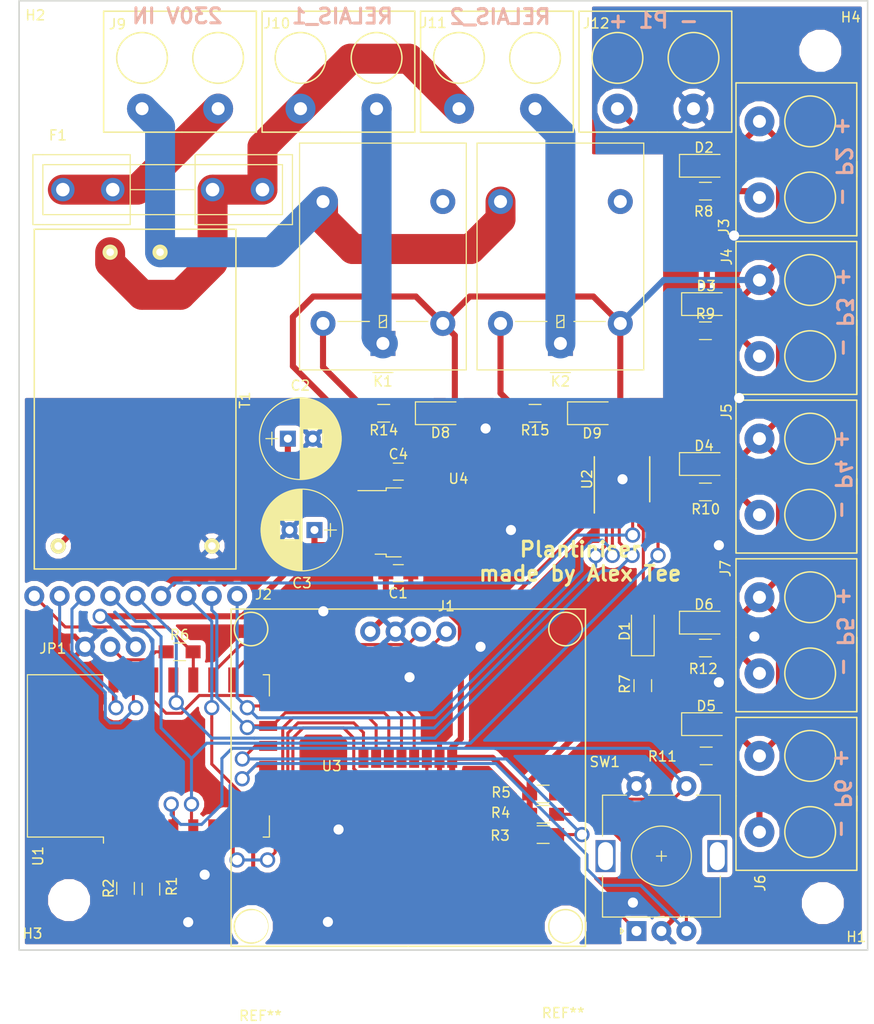
<source format=kicad_pcb>
(kicad_pcb (version 20171130) (host pcbnew 5.0.0-fee4fd1~66~ubuntu16.04.1)
  (layers (0 F.Cu signal) (31 B.Cu signal) (34 B.Paste user) (35 F.Paste user) (36 B.SilkS user) (37 F.SilkS user) (38 B.Mask user) (39 F.Mask user) (44 Edge.Cuts user))
  (net 0 "")
  (net 1 +3V3)
  (net 2 GND)
  (net 3 CE)
  (net 4 CSN)
  (net 5 /SCLK)
  (net 6 /MOSI)
  (net 7 /MISO)
  (net 8 IRQ)
  (net 9 +12V)
  (net 10 C)
  (net 11 B)
  (net 12 A)
  (net 13 RE1)
  (net 14 RE2)
  (net 15 "Net-(D3-Pad1)")
  (net 16 "Net-(D2-Pad1)")
  (net 17 "Net-(D1-Pad1)")
  (net 18 "Net-(JP1-Pad2)")
  (net 19 GPIO0)
  (net 20 "Net-(R2-Pad2)")
  (net 21 "Net-(R1-Pad2)")
  (net 22 "Net-(D4-Pad1)")
  (net 23 "Net-(D5-Pad1)")
  (net 24 "Net-(D6-Pad1)")
  (net 25 "Net-(D9-Pad1)")
  (net 26 "Net-(D8-Pad1)")
  (net 27 "Net-(D1-Pad2)")
  (net 28 RX)
  (net 29 TX)
  (net 30 ENABLE)
  (net 31 LATCH)
  (net 32 DOUT)
  (net 33 SDA)
  (net 34 SCL)
  (net 35 "Net-(U1-Pad2)")
  (net 36 "Net-(U1-Pad9)")
  (net 37 "Net-(K2-Pad3)")
  (net 38 "Net-(K1-Pad3)")
  (net 39 "Net-(U2-Pad9)")
  (net 40 /230V_F)
  (net 41 /230V_B)
  (net 42 /230V_E)
  (net 43 /230V_A)
  (net 44 /230V_C)
  (net 45 /RE7)
  (net 46 /RE6)
  (net 47 /RE5)
  (net 48 /RE4)
  (net 49 /RE3)
  (module terminal_block:terminal_block_2pin (layer F.Cu) (at 123.19 50.8)
    (fp_text reference J10 (at -2.3622 -8.5344) (layer F.SilkS))
    (fp_text value 230V_OUT1)
    (pad 1 thru_hole circle (at 0 0) (size 3 3) (drill 1.3) (layers *.Cu *.Mask) (net 41 /230V_B))
    (pad 2 thru_hole circle (at 7.62 0) (size 3 3) (drill 1.3) (layers *.Cu *.Mask) (net 42 /230V_E))
  )
  (module Relay_THT:Relay_SPDT_Omron-G5LE-1 (layer F.Cu) (at 131.445 74.295 180)
    (fp_text reference K1 (at 0 -3.8 180) (layer F.SilkS))
    (fp_text value FINDER-40.11)
    (pad 1 thru_hole rect (at 0 0 180) (size 2.5 2.5) (drill 1.3) (layers *.Cu *.Mask) (net 42 /230V_E))
    (pad 2 thru_hole oval (at -6 2 180) (size 2.5 2.5) (drill 1.3) (layers *.Cu *.Mask) (net 9 +12V))
    (pad 3 thru_hole oval (at -6 14.2 180) (size 2.5 2.5) (drill 1.3) (layers *.Cu *.Mask) (net 38 "Net-(K1-Pad3)"))
    (pad 4 thru_hole oval (at 6 14.2 180) (size 2.5 2.5) (drill 1.3) (layers *.Cu *.Mask) (net 44 /230V_C))
    (pad 5 thru_hole oval (at 6 2 180) (size 2.5 2.5) (drill 1.3) (layers *.Cu *.Mask) (net 13 RE1))
  )
  (module i2c_oled:i2c_oled_1.3Zoll (layer F.Cu) (at 137.795 103.124 180)
    (fp_text reference J1 (at 0 2.54 180) (layer F.SilkS))
    (fp_text value OLED)
    (pad 1 thru_hole circle (at 0 0 180) (size 2 2) (drill 1.1) (layers *.Cu *.Mask) (net 33 SDA))
    (pad 2 thru_hole circle (at 2.54 0 180) (size 2 2) (drill 1.1) (layers *.Cu *.Mask) (net 34 SCL))
    (pad 3 thru_hole circle (at 5.08 0 180) (size 2 2) (drill 1.1) (layers *.Cu *.Mask) (net 2 GND))
    (pad 4 thru_hole circle (at 7.62 0 180) (size 2 2) (drill 1.1) (layers *.Cu *.Mask) (net 1 +3V3))
  )
  (module MountingHole:MountingHole_3.2mm_M3_DIN965 (layer F.Cu) (at 175.514 130.302)
    (fp_text reference H1 (at 3.3528 3.3782) (layer F.SilkS))
    (fp_text value MountingHole)
    (pad 1 np_thru_hole circle (at 0 0) (size 3.2 3.2) (drill 3.2) (layers *.Cu *.Mask))
  )
  (module MountingHole:MountingHole_3.2mm_M3_DIN965 (layer F.Cu) (at 100 45)
    (fp_text reference H2 (at -3.3784 -3.5472) (layer F.SilkS))
    (fp_text value MountingHole)
    (pad 1 np_thru_hole circle (at 0 0) (size 3.2 3.2) (drill 3.2) (layers *.Cu *.Mask))
  )
  (module MountingHole:MountingHole_3.2mm_M3_DIN965 (layer F.Cu) (at 100 130)
    (fp_text reference H3 (at -3.6578 3.35) (layer F.SilkS))
    (fp_text value MountingHole)
    (pad 1 np_thru_hole circle (at 0 0) (size 3.2 3.2) (drill 3.2) (layers *.Cu *.Mask))
  )
  (module MountingHole:MountingHole_3.2mm_M3_DIN965 (layer F.Cu) (at 175.26 45)
    (fp_text reference H4 (at 3.048 -3.344) (layer F.SilkS))
    (fp_text value MountingHole)
    (pad 1 np_thru_hole circle (at 0 0) (size 3.2 3.2) (drill 3.2) (layers *.Cu *.Mask))
  )
  (module terminal_block:terminal_block_2pin (layer F.Cu) (at 154.94 50.8)
    (fp_text reference J12 (at -2.1336 -8.5344) (layer F.SilkS))
    (fp_text value 12V_IN)
    (pad 1 thru_hole circle (at 0 0) (size 3 3) (drill 1.3) (layers *.Cu *.Mask) (net 9 +12V))
    (pad 2 thru_hole circle (at 7.62 0) (size 3 3) (drill 1.3) (layers *.Cu *.Mask) (net 2 GND))
  )
  (module terminal_block:terminal_block_2pin (layer F.Cu) (at 169.164 52.07 270)
    (fp_text reference J3 (at 10.5664 3.556 270) (layer F.SilkS))
    (fp_text value 12V_OUT1)
    (pad 2 thru_hole circle (at 7.62 0 270) (size 3 3) (drill 1.3) (layers *.Cu *.Mask) (net 49 /RE3))
    (pad 1 thru_hole circle (at 0 0 270) (size 3 3) (drill 1.3) (layers *.Cu *.Mask) (net 9 +12V))
  )
  (module terminal_block:terminal_block_2pin (layer F.Cu) (at 169.164 67.945 270)
    (fp_text reference J4 (at -2.3114 3.2766 270) (layer F.SilkS))
    (fp_text value 12V_OUT2)
    (pad 1 thru_hole circle (at 0 0 270) (size 3 3) (drill 1.3) (layers *.Cu *.Mask) (net 9 +12V))
    (pad 2 thru_hole circle (at 7.62 0 270) (size 3 3) (drill 1.3) (layers *.Cu *.Mask) (net 48 /RE4))
  )
  (module terminal_block:terminal_block_2pin (layer F.Cu) (at 169.164 83.82 270)
    (fp_text reference J5 (at -2.667 3.302 270) (layer F.SilkS))
    (fp_text value 12V_OUT3)
    (pad 2 thru_hole circle (at 7.62 0 270) (size 3 3) (drill 1.3) (layers *.Cu *.Mask) (net 47 /RE5))
    (pad 1 thru_hole circle (at 0 0 270) (size 3 3) (drill 1.3) (layers *.Cu *.Mask) (net 9 +12V))
  )
  (module terminal_block:terminal_block_2pin (layer F.Cu) (at 169.164 115.57 270)
    (fp_text reference J6 (at 12.7254 -0.0762 270) (layer F.SilkS))
    (fp_text value 12V_OUT4)
    (pad 1 thru_hole circle (at 0 0 270) (size 3 3) (drill 1.3) (layers *.Cu *.Mask) (net 9 +12V))
    (pad 2 thru_hole circle (at 7.62 0 270) (size 3 3) (drill 1.3) (layers *.Cu *.Mask) (net 45 /RE7))
  )
  (module terminal_block:terminal_block_2pin (layer F.Cu) (at 169.164 99.695 270)
    (fp_text reference J7 (at -2.8702 3.4036 270) (layer F.SilkS))
    (fp_text value 12V_OUT5)
    (pad 2 thru_hole circle (at 7.62 0 270) (size 3 3) (drill 1.3) (layers *.Cu *.Mask) (net 46 /RE6))
    (pad 1 thru_hole circle (at 0 0 270) (size 3 3) (drill 1.3) (layers *.Cu *.Mask) (net 9 +12V))
  )
  (module terminal_block:terminal_block_2pin (layer F.Cu) (at 107.315 50.8)
    (fp_text reference J9 (at -2.4638 -8.4582) (layer F.SilkS))
    (fp_text value 230V)
    (pad 2 thru_hole circle (at 7.62 0) (size 3 3) (drill 1.3) (layers *.Cu *.Mask) (net 43 /230V_A))
    (pad 1 thru_hole circle (at 0 0) (size 3 3) (drill 1.3) (layers *.Cu *.Mask) (net 44 /230V_C))
  )
  (module terminal_block:terminal_block_2pin (layer F.Cu) (at 139.065 50.8)
    (fp_text reference J11 (at -2.5654 -8.5852) (layer F.SilkS))
    (fp_text value 230V_OUT2)
    (pad 2 thru_hole circle (at 7.62 0) (size 3 3) (drill 1.3) (layers *.Cu *.Mask) (net 40 /230V_F))
    (pad 1 thru_hole circle (at 0 0) (size 3 3) (drill 1.3) (layers *.Cu *.Mask) (net 41 /230V_B))
  )
  (module Relay_THT:Relay_SPDT_Omron-G5LE-1 (layer F.Cu) (at 149.225 74.295 180)
    (fp_text reference K2 (at 0 -3.8 180) (layer F.SilkS))
    (fp_text value FINDER-40.11)
    (pad 5 thru_hole oval (at 6 2 180) (size 2.5 2.5) (drill 1.3) (layers *.Cu *.Mask) (net 14 RE2))
    (pad 4 thru_hole oval (at 6 14.2 180) (size 2.5 2.5) (drill 1.3) (layers *.Cu *.Mask) (net 44 /230V_C))
    (pad 3 thru_hole oval (at -6 14.2 180) (size 2.5 2.5) (drill 1.3) (layers *.Cu *.Mask) (net 37 "Net-(K2-Pad3)"))
    (pad 2 thru_hole oval (at -6 2 180) (size 2.5 2.5) (drill 1.3) (layers *.Cu *.Mask) (net 9 +12V))
    (pad 1 thru_hole rect (at 0 0 180) (size 2.5 2.5) (drill 1.3) (layers *.Cu *.Mask) (net 40 /230V_F))
  )
  (module Package_SO:TSSOP-16-1EP_4.4x5mm_P0.65mm (layer F.Cu) (at 155.448 87.884 90)
    (fp_text reference U2 (at 0 -3.55 90) (layer F.SilkS))
    (fp_text value DRV8860_PWPR)
    (pad 1 smd rect (at -2.775 -2.275 90) (size 1.05 0.45) (layers F.Cu F.Paste F.Mask) (net 1 +3V3))
    (pad 2 smd rect (at -2.775 -1.625 90) (size 1.05 0.45) (layers F.Cu F.Paste F.Mask) (net 6 /MOSI))
    (pad 3 smd rect (at -2.775 -0.975 90) (size 1.05 0.45) (layers F.Cu F.Paste F.Mask) (net 5 /SCLK))
    (pad 4 smd rect (at -2.775 -0.325 90) (size 1.05 0.45) (layers F.Cu F.Paste F.Mask) (net 31 LATCH))
    (pad 5 smd rect (at -2.775 0.325 90) (size 1.05 0.45) (layers F.Cu F.Paste F.Mask) (net 2 GND))
    (pad 6 smd rect (at -2.775 0.975 90) (size 1.05 0.45) (layers F.Cu F.Paste F.Mask) (net 32 DOUT))
    (pad 7 smd rect (at -2.775 1.625 90) (size 1.05 0.45) (layers F.Cu F.Paste F.Mask) (net 27 "Net-(D1-Pad2)"))
    (pad 8 smd rect (at -2.775 2.275 90) (size 1.05 0.45) (layers F.Cu F.Paste F.Mask) (net 30 ENABLE))
    (pad 9 smd rect (at 2.775 2.275 90) (size 1.05 0.45) (layers F.Cu F.Paste F.Mask) (net 39 "Net-(U2-Pad9)"))
    (pad 10 smd rect (at 2.775 1.625 90) (size 1.05 0.45) (layers F.Cu F.Paste F.Mask) (net 45 /RE7))
    (pad 11 smd rect (at 2.775 0.975 90) (size 1.05 0.45) (layers F.Cu F.Paste F.Mask) (net 46 /RE6))
    (pad 12 smd rect (at 2.775 0.325 90) (size 1.05 0.45) (layers F.Cu F.Paste F.Mask) (net 47 /RE5))
    (pad 13 smd rect (at 2.775 -0.325 90) (size 1.05 0.45) (layers F.Cu F.Paste F.Mask) (net 48 /RE4))
    (pad 14 smd rect (at 2.775 -0.975 90) (size 1.05 0.45) (layers F.Cu F.Paste F.Mask) (net 49 /RE3))
    (pad 15 smd rect (at 2.775 -1.625 90) (size 1.05 0.45) (layers F.Cu F.Paste F.Mask) (net 14 RE2))
    (pad 16 smd rect (at 2.775 -2.275 90) (size 1.05 0.45) (layers F.Cu F.Paste F.Mask) (net 13 RE1))
    (pad 17 smd rect (at 0.735 1.3425 90) (size 1.47 0.895) (layers F.Cu F.Paste F.Mask) (net 2 GND))
    (pad 17 smd rect (at 0.735 0.4475 90) (size 1.47 0.895) (layers F.Cu F.Paste F.Mask) (net 2 GND))
    (pad 17 smd rect (at 0.735 -0.4475 90) (size 1.47 0.895) (layers F.Cu F.Paste F.Mask) (net 2 GND))
    (pad 17 smd rect (at 0.735 -1.3425 90) (size 1.47 0.895) (layers F.Cu F.Paste F.Mask) (net 2 GND))
    (pad 17 smd rect (at -0.735 1.3425 90) (size 1.47 0.895) (layers F.Cu F.Paste F.Mask) (net 2 GND))
    (pad 17 smd rect (at -0.735 0.4475 90) (size 1.47 0.895) (layers F.Cu F.Paste F.Mask) (net 2 GND))
    (pad 17 smd rect (at -0.735 -0.4475 90) (size 1.47 0.895) (layers F.Cu F.Paste F.Mask) (net 2 GND))
    (pad 17 smd rect (at -0.735 -1.3425 90) (size 1.47 0.895) (layers F.Cu F.Paste F.Mask) (net 2 GND))
  )
  (module Package_TO_SOT_SMD:TO-252-2 (layer F.Cu) (at 134.239 92.202)
    (fp_text reference U4 (at 4.7752 -4.3688) (layer F.SilkS))
    (fp_text value LF33_TO252)
    (pad 1 smd rect (at -4.2 -2.28) (size 2.2 1.2) (layers F.Cu F.Paste F.Mask) (net 9 +12V))
    (pad 3 smd rect (at -4.2 2.28) (size 2.2 1.2) (layers F.Cu F.Paste F.Mask) (net 1 +3V3))
    (pad 2 smd rect (at 2.1 0) (size 6.4 5.8) (layers F.Cu F.Mask) (net 2 GND))
  )
  (module RF_Module:ESP-12E (layer F.Cu) (at 107.95 115.57 90)
    (fp_text reference U1 (at -10.033 -11.049 90) (layer F.SilkS))
    (fp_text value ESP-12E)
    (pad 1 smd rect (at -7.6 -3.5 90) (size 2.5 1) (layers F.Cu F.Paste F.Mask) (net 20 "Net-(R2-Pad2)"))
    (pad 2 smd rect (at -7.6 -1.5 90) (size 2.5 1) (layers F.Cu F.Paste F.Mask) (net 35 "Net-(U1-Pad2)"))
    (pad 3 smd rect (at -7.6 0.5 90) (size 2.5 1) (layers F.Cu F.Paste F.Mask) (net 21 "Net-(R1-Pad2)"))
    (pad 4 smd rect (at -7.6 2.5 90) (size 2.5 1) (layers F.Cu F.Paste F.Mask) (net 10 C))
    (pad 5 smd rect (at -7.6 4.5 90) (size 2.5 1) (layers F.Cu F.Paste F.Mask) (net 30 ENABLE))
    (pad 6 smd rect (at -7.6 6.5 90) (size 2.5 1) (layers F.Cu F.Paste F.Mask) (net 8 IRQ))
    (pad 7 smd rect (at -7.6 8.5 90) (size 2.5 1) (layers F.Cu F.Paste F.Mask) (net 3 CE))
    (pad 8 smd rect (at -7.6 10.5 90) (size 2.5 1) (layers F.Cu F.Paste F.Mask) (net 1 +3V3))
    (pad 9 smd rect (at -5 12 90) (size 1 1.8) (layers F.Cu F.Paste F.Mask) (net 36 "Net-(U1-Pad9)"))
    (pad 10 smd rect (at -3 12 90) (size 1 1.8) (layers F.Cu F.Paste F.Mask) (net 7 /MISO))
    (pad 11 smd rect (at -1 12 90) (size 1 1.8) (layers F.Cu F.Paste F.Mask) (net 11 B))
    (pad 12 smd rect (at 1 12 90) (size 1 1.8) (layers F.Cu F.Paste F.Mask) (net 12 A))
    (pad 13 smd rect (at 3 12 90) (size 1 1.8) (layers F.Cu F.Paste F.Mask) (net 6 /MOSI))
    (pad 14 smd rect (at 5 12 90) (size 1 1.8) (layers F.Cu F.Paste F.Mask) (net 5 /SCLK))
    (pad 15 smd rect (at 7.6 10.5 90) (size 2.5 1) (layers F.Cu F.Paste F.Mask) (net 2 GND))
    (pad 16 smd rect (at 7.6 8.5 90) (size 2.5 1) (layers F.Cu F.Paste F.Mask) (net 33 SDA))
    (pad 17 smd rect (at 7.6 6.5 90) (size 2.5 1) (layers F.Cu F.Paste F.Mask) (net 34 SCL))
    (pad 18 smd rect (at 7.6 4.5 90) (size 2.5 1) (layers F.Cu F.Paste F.Mask) (net 19 GPIO0))
    (pad 19 smd rect (at 7.6 2.5 90) (size 2.5 1) (layers F.Cu F.Paste F.Mask) (net 31 LATCH))
    (pad 20 smd rect (at 7.6 0.5 90) (size 2.5 1) (layers F.Cu F.Paste F.Mask) (net 4 CSN))
    (pad 21 smd rect (at 7.6 -1.5 90) (size 2.5 1) (layers F.Cu F.Paste F.Mask) (net 28 RX))
    (pad 22 smd rect (at 7.6 -3.5 90) (size 2.5 1) (layers F.Cu F.Paste F.Mask) (net 29 TX))
  )
  (module ROCCI_footprint:CON_Stiftleiste_3x1 (layer F.Cu) (at 106.68 104.648 180)
    (fp_text reference JP1 (at 8.3058 -0.1778 180) (layer F.SilkS))
    (fp_text value Flash)
    (pad 1 thru_hole circle (at 0 0 180) (size 2 2) (drill 1.1) (layers *.Cu *.Mask) (net 1 +3V3))
    (pad 2 thru_hole circle (at 2.54 0 180) (size 2 2) (drill 1.1) (layers *.Cu *.Mask) (net 18 "Net-(JP1-Pad2)"))
    (pad 3 thru_hole circle (at 5.08 0 180) (size 2 2) (drill 1.1) (layers *.Cu *.Mask) (net 2 GND))
  )
  (module ROCCI_footprint:CON_Stiftleiste_9x1 (layer F.Cu) (at 96.52 99.568)
    (fp_text reference J2 (at 22.9616 -0.1524) (layer F.SilkS))
    (fp_text value interface)
    (pad 1 thru_hole circle (at 0 0) (size 2 2) (drill 1.1) (layers *.Cu *.Mask) (net 19 GPIO0))
    (pad 2 thru_hole circle (at 2.54 0) (size 2 2) (drill 1.1) (layers *.Cu *.Mask) (net 28 RX))
    (pad 3 thru_hole circle (at 5.08 0) (size 2 2) (drill 1.1) (layers *.Cu *.Mask) (net 29 TX))
    (pad 4 thru_hole circle (at 7.62 0) (size 2 2) (drill 1.1) (layers *.Cu *.Mask) (net 30 ENABLE))
    (pad 5 thru_hole circle (at 10.16 0) (size 2 2) (drill 1.1) (layers *.Cu *.Mask) (net 31 LATCH))
    (pad 6 thru_hole circle (at 12.7 0) (size 2 2) (drill 1.1) (layers *.Cu *.Mask) (net 32 DOUT))
    (pad 7 thru_hole circle (at 15.24 0) (size 2 2) (drill 1.1) (layers *.Cu *.Mask) (net 7 /MISO))
    (pad 8 thru_hole circle (at 17.78 0) (size 2 2) (drill 1.1) (layers *.Cu *.Mask) (net 6 /MOSI))
    (pad 9 thru_hole circle (at 20.32 0) (size 2 2) (drill 1.1) (layers *.Cu *.Mask) (net 5 /SCLK))
  )
  (module ROCCI_footprint:Kondensator_SMD_0805 (layer F.Cu) (at 132.989 87.122)
    (fp_text reference C4 (at 0 -1.75) (layer F.SilkS))
    (fp_text value 100nF)
    (pad 2 smd rect (at 1.25 0) (size 1.5 1.25) (layers F.Cu F.Paste F.Mask) (net 2 GND))
    (pad 1 smd rect (at -1.25 0) (size 1.5 1.25) (layers F.Cu F.Paste F.Mask) (net 9 +12V))
  )
  (module ROCCI_footprint:Kondensator_SMD_0805 (layer F.Cu) (at 132.989 97.282)
    (fp_text reference C1 (at -0.02 2.0066) (layer F.SilkS))
    (fp_text value 100nF)
    (pad 1 smd rect (at -1.25 0) (size 1.5 1.25) (layers F.Cu F.Paste F.Mask) (net 1 +3V3))
    (pad 2 smd rect (at 1.25 0) (size 1.5 1.25) (layers F.Cu F.Paste F.Mask) (net 2 GND))
  )
  (module ROCCI_footprint:Kondensator_THT_8mm (layer F.Cu) (at 124.587 92.964 180)
    (fp_text reference C3 (at 1.25 -5.31 180) (layer F.SilkS))
    (fp_text value 47uF)
    (pad 2 thru_hole circle (at 2.5 0 180) (size 1.6 1.6) (drill 0.8) (layers *.Cu *.Mask) (net 2 GND))
    (pad 1 thru_hole rect (at 0 0 180) (size 1.6 1.6) (drill 0.8) (layers *.Cu *.Mask) (net 1 +3V3))
  )
  (module ROCCI_footprint:Kondensator_THT_8mm (layer F.Cu) (at 121.92 83.82)
    (fp_text reference C2 (at 1.25 -5.31) (layer F.SilkS))
    (fp_text value 47uF)
    (pad 1 thru_hole rect (at 0 0) (size 1.6 1.6) (drill 0.8) (layers *.Cu *.Mask) (net 9 +12V))
    (pad 2 thru_hole circle (at 2.5 0) (size 1.6 1.6) (drill 0.8) (layers *.Cu *.Mask) (net 2 GND))
  )
  (module ROCCI_footprint:LED_SMD_1206 (layer F.Cu) (at 163.83 70.358)
    (fp_text reference D3 (at 0 -1.82) (layer F.SilkS))
    (fp_text value LED)
    (pad 1 smd roundrect (at -1.4875 0) (size 1.425 1.75) (layers F.Cu F.Paste F.Mask) (roundrect_rratio 0.175439) (net 15 "Net-(D3-Pad1)"))
    (pad 2 smd roundrect (at 1.4875 0) (size 1.425 1.75) (layers F.Cu F.Paste F.Mask) (roundrect_rratio 0.175439) (net 9 +12V))
  )
  (module ROCCI_footprint:LED_SMD_1206 (layer F.Cu) (at 157.48 103.0875 90)
    (fp_text reference D1 (at 0 -1.82 90) (layer F.SilkS))
    (fp_text value LED)
    (pad 2 smd roundrect (at 1.4875 0 90) (size 1.425 1.75) (layers F.Cu F.Paste F.Mask) (roundrect_rratio 0.175439) (net 27 "Net-(D1-Pad2)"))
    (pad 1 smd roundrect (at -1.4875 0 90) (size 1.425 1.75) (layers F.Cu F.Paste F.Mask) (roundrect_rratio 0.175439) (net 17 "Net-(D1-Pad1)"))
  )
  (module ROCCI_footprint:LED_SMD_1206 (layer F.Cu) (at 152.4 81.28)
    (fp_text reference D9 (at 0 2.0066) (layer F.SilkS))
    (fp_text value LED)
    (pad 1 smd roundrect (at -1.4875 0) (size 1.425 1.75) (layers F.Cu F.Paste F.Mask) (roundrect_rratio 0.175439) (net 25 "Net-(D9-Pad1)"))
    (pad 2 smd roundrect (at 1.4875 0) (size 1.425 1.75) (layers F.Cu F.Paste F.Mask) (roundrect_rratio 0.175439) (net 9 +12V))
  )
  (module ROCCI_footprint:LED_SMD_1206 (layer F.Cu) (at 163.6125 56.515)
    (fp_text reference D2 (at 0 -1.82) (layer F.SilkS))
    (fp_text value LED)
    (pad 2 smd roundrect (at 1.4875 0) (size 1.425 1.75) (layers F.Cu F.Paste F.Mask) (roundrect_rratio 0.175439) (net 9 +12V))
    (pad 1 smd roundrect (at -1.4875 0) (size 1.425 1.75) (layers F.Cu F.Paste F.Mask) (roundrect_rratio 0.175439) (net 16 "Net-(D2-Pad1)"))
  )
  (module ROCCI_footprint:LED_SMD_1206 (layer F.Cu) (at 137.16 81.28)
    (fp_text reference D8 (at 0.0508 1.9558) (layer F.SilkS))
    (fp_text value LED)
    (pad 1 smd roundrect (at -1.4875 0) (size 1.425 1.75) (layers F.Cu F.Paste F.Mask) (roundrect_rratio 0.175439) (net 26 "Net-(D8-Pad1)"))
    (pad 2 smd roundrect (at 1.4875 0) (size 1.425 1.75) (layers F.Cu F.Paste F.Mask) (roundrect_rratio 0.175439) (net 9 +12V))
  )
  (module ROCCI_footprint:LED_SMD_1206 (layer F.Cu) (at 163.6125 102.235)
    (fp_text reference D6 (at 0 -1.82) (layer F.SilkS))
    (fp_text value LED)
    (pad 1 smd roundrect (at -1.4875 0) (size 1.425 1.75) (layers F.Cu F.Paste F.Mask) (roundrect_rratio 0.175439) (net 24 "Net-(D6-Pad1)"))
    (pad 2 smd roundrect (at 1.4875 0) (size 1.425 1.75) (layers F.Cu F.Paste F.Mask) (roundrect_rratio 0.175439) (net 9 +12V))
  )
  (module ROCCI_footprint:LED_SMD_1206 (layer F.Cu) (at 163.83 112.395)
    (fp_text reference D5 (at 0 -1.82) (layer F.SilkS))
    (fp_text value LED)
    (pad 2 smd roundrect (at 1.4875 0) (size 1.425 1.75) (layers F.Cu F.Paste F.Mask) (roundrect_rratio 0.175439) (net 9 +12V))
    (pad 1 smd roundrect (at -1.4875 0) (size 1.425 1.75) (layers F.Cu F.Paste F.Mask) (roundrect_rratio 0.175439) (net 23 "Net-(D5-Pad1)"))
  )
  (module ROCCI_footprint:LED_SMD_1206 (layer F.Cu) (at 163.6125 86.36)
    (fp_text reference D4 (at 0 -1.82) (layer F.SilkS))
    (fp_text value LED)
    (pad 1 smd roundrect (at -1.4875 0) (size 1.425 1.75) (layers F.Cu F.Paste F.Mask) (roundrect_rratio 0.175439) (net 22 "Net-(D4-Pad1)"))
    (pad 2 smd roundrect (at 1.4875 0) (size 1.425 1.75) (layers F.Cu F.Paste F.Mask) (roundrect_rratio 0.175439) (net 9 +12V))
  )
  (module ROCCI_footprint:Sicherung_THT (layer F.Cu) (at 119.38 58.9026 180)
    (fp_text reference F1 (at 20.4978 5.4356 180) (layer F.SilkS))
    (fp_text value Fuse)
    (pad 2 thru_hole circle (at 15 0 180) (size 2.35 2.35) (drill 1.35) (layers *.Cu *.Mask) (net 43 /230V_A))
    (pad 2 thru_hole circle (at 20 0 180) (size 2.35 2.35) (drill 1.35) (layers *.Cu *.Mask) (net 43 /230V_A))
    (pad 1 thru_hole circle (at 5 0 180) (size 2.35 2.35) (drill 1.35) (layers *.Cu *.Mask) (net 41 /230V_B))
    (pad 1 thru_hole circle (at 0 0 180) (size 2.35 2.35) (drill 1.35) (layers *.Cu *.Mask) (net 41 /230V_B))
  )
  (module ROCCI_footprint:Wiederstand_SMD_0805 (layer F.Cu) (at 131.525 81.28 180)
    (fp_text reference R14 (at 0 -1.7 180) (layer F.SilkS))
    (fp_text value 300)
    (pad 1 smd rect (at -1.35 0 180) (size 1.5 1.3) (layers F.Cu F.Paste F.Mask) (net 26 "Net-(D8-Pad1)"))
    (pad 2 smd rect (at 1.35 0 180) (size 1.5 1.3) (layers F.Cu F.Paste F.Mask) (net 13 RE1))
  )
  (module ROCCI_footprint:Wiederstand_SMD_0805 (layer F.Cu) (at 146.685 81.28 180)
    (fp_text reference R15 (at 0 -1.7 180) (layer F.SilkS))
    (fp_text value 300)
    (pad 2 smd rect (at 1.35 0 180) (size 1.5 1.3) (layers F.Cu F.Paste F.Mask) (net 14 RE2))
    (pad 1 smd rect (at -1.35 0 180) (size 1.5 1.3) (layers F.Cu F.Paste F.Mask) (net 25 "Net-(D9-Pad1)"))
  )
  (module ROCCI_footprint:Wiederstand_SMD_0805 (layer F.Cu) (at 163.75 104.775)
    (fp_text reference R12 (at -0.2248 2.0828) (layer F.SilkS))
    (fp_text value 300)
    (pad 2 smd rect (at 1.35 0) (size 1.5 1.3) (layers F.Cu F.Paste F.Mask) (net 46 /RE6))
    (pad 1 smd rect (at -1.35 0) (size 1.5 1.3) (layers F.Cu F.Paste F.Mask) (net 24 "Net-(D6-Pad1)"))
  )
  (module ROCCI_footprint:Wiederstand_SMD_0805 (layer F.Cu) (at 163.83 115.57)
    (fp_text reference R11 (at -4.3942 0.0508) (layer F.SilkS))
    (fp_text value 300)
    (pad 1 smd rect (at -1.35 0) (size 1.5 1.3) (layers F.Cu F.Paste F.Mask) (net 23 "Net-(D5-Pad1)"))
    (pad 2 smd rect (at 1.35 0) (size 1.5 1.3) (layers F.Cu F.Paste F.Mask) (net 45 /RE7))
  )
  (module ROCCI_footprint:Wiederstand_SMD_0805 (layer F.Cu) (at 163.75 89.154)
    (fp_text reference R10 (at 0.0292 1.7272) (layer F.SilkS))
    (fp_text value 300)
    (pad 2 smd rect (at 1.35 0) (size 1.5 1.3) (layers F.Cu F.Paste F.Mask) (net 47 /RE5))
    (pad 1 smd rect (at -1.35 0) (size 1.5 1.3) (layers F.Cu F.Paste F.Mask) (net 22 "Net-(D4-Pad1)"))
  )
  (module ROCCI_footprint:Wiederstand_SMD_0805 (layer F.Cu) (at 108.204 128.905 90)
    (fp_text reference R1 (at 0.2794 2.0828 90) (layer F.SilkS))
    (fp_text value R)
    (pad 1 smd rect (at -1.35 0 90) (size 1.5 1.3) (layers F.Cu F.Paste F.Mask) (net 1 +3V3))
    (pad 2 smd rect (at 1.35 0 90) (size 1.5 1.3) (layers F.Cu F.Paste F.Mask) (net 21 "Net-(R1-Pad2)"))
  )
  (module ROCCI_footprint:Wiederstand_SMD_0805 (layer F.Cu) (at 105.664 128.825 90)
    (fp_text reference R2 (at 0 -1.7 90) (layer F.SilkS))
    (fp_text value R)
    (pad 2 smd rect (at 1.35 0 90) (size 1.5 1.3) (layers F.Cu F.Paste F.Mask) (net 20 "Net-(R2-Pad2)"))
    (pad 1 smd rect (at -1.35 0 90) (size 1.5 1.3) (layers F.Cu F.Paste F.Mask) (net 1 +3V3))
  )
  (module ROCCI_footprint:Wiederstand_SMD_0805 (layer F.Cu) (at 147.494 123.444)
    (fp_text reference R3 (at -4.3142 0.1016) (layer F.SilkS))
    (fp_text value R)
    (pad 1 smd rect (at -1.35 0) (size 1.5 1.3) (layers F.Cu F.Paste F.Mask) (net 1 +3V3))
    (pad 2 smd rect (at 1.35 0) (size 1.5 1.3) (layers F.Cu F.Paste F.Mask) (net 12 A))
  )
  (module ROCCI_footprint:Wiederstand_SMD_0805 (layer F.Cu) (at 147.494 119.38)
    (fp_text reference R5 (at -4.2126 -0.1524) (layer F.SilkS))
    (fp_text value R)
    (pad 2 smd rect (at 1.35 0) (size 1.5 1.3) (layers F.Cu F.Paste F.Mask) (net 10 C))
    (pad 1 smd rect (at -1.35 0) (size 1.5 1.3) (layers F.Cu F.Paste F.Mask) (net 1 +3V3))
  )
  (module ROCCI_footprint:Wiederstand_SMD_0805 (layer F.Cu) (at 111.078 105.156)
    (fp_text reference R6 (at 0 -1.7) (layer F.SilkS))
    (fp_text value R)
    (pad 1 smd rect (at -1.35 0) (size 1.5 1.3) (layers F.Cu F.Paste F.Mask) (net 18 "Net-(JP1-Pad2)"))
    (pad 2 smd rect (at 1.35 0) (size 1.5 1.3) (layers F.Cu F.Paste F.Mask) (net 19 GPIO0))
  )
  (module ROCCI_footprint:Wiederstand_SMD_0805 (layer F.Cu) (at 157.48 108.538 270)
    (fp_text reference R7 (at -0.1562 1.8034 270) (layer F.SilkS))
    (fp_text value R)
    (pad 2 smd rect (at 1.35 0 270) (size 1.5 1.3) (layers F.Cu F.Paste F.Mask) (net 1 +3V3))
    (pad 1 smd rect (at -1.35 0 270) (size 1.5 1.3) (layers F.Cu F.Paste F.Mask) (net 17 "Net-(D1-Pad1)"))
  )
  (module ROCCI_footprint:Wiederstand_SMD_0805 (layer F.Cu) (at 163.75 59.055)
    (fp_text reference R8 (at -0.174 2.032) (layer F.SilkS))
    (fp_text value 300)
    (pad 1 smd rect (at -1.35 0) (size 1.5 1.3) (layers F.Cu F.Paste F.Mask) (net 16 "Net-(D2-Pad1)"))
    (pad 2 smd rect (at 1.35 0) (size 1.5 1.3) (layers F.Cu F.Paste F.Mask) (net 49 /RE3))
  )
  (module ROCCI_footprint:Wiederstand_SMD_0805 (layer F.Cu) (at 163.75 73.025)
    (fp_text reference R9 (at 0 -1.7) (layer F.SilkS))
    (fp_text value 300)
    (pad 2 smd rect (at 1.35 0) (size 1.5 1.3) (layers F.Cu F.Paste F.Mask) (net 48 /RE4))
    (pad 1 smd rect (at -1.35 0) (size 1.5 1.3) (layers F.Cu F.Paste F.Mask) (net 15 "Net-(D3-Pad1)"))
  )
  (module ROCCI_footprint:Wiederstand_SMD_0805 (layer F.Cu) (at 147.494 121.412)
    (fp_text reference R4 (at -4.2634 -0.1524) (layer F.SilkS))
    (fp_text value R)
    (pad 1 smd rect (at -1.35 0) (size 1.5 1.3) (layers F.Cu F.Paste F.Mask) (net 1 +3V3))
    (pad 2 smd rect (at 1.35 0) (size 1.5 1.3) (layers F.Cu F.Paste F.Mask) (net 11 B))
  )
  (module Rotary_Encoder:RotaryEncoder_Alps_EC11E-Switch_Vertical_H20mm (layer F.Cu) (at 156.845 133.096 90)
    (fp_text reference SW1 (at 16.9164 -3.175 180) (layer F.SilkS))
    (fp_text value Rotary_Encoder_Switch)
    (pad S1 thru_hole circle (at 14.5 5 90) (size 2 2) (drill 1) (layers *.Cu *.Mask) (net 10 C))
    (pad S2 thru_hole circle (at 14.5 0 90) (size 2 2) (drill 1) (layers *.Cu *.Mask) (net 2 GND))
    (pad MP thru_hole rect (at 7.5 8.1 90) (size 3.2 2) (drill oval 2.8 1.5) (layers *.Cu *.Mask))
    (pad MP thru_hole rect (at 7.5 -3.1 90) (size 3.2 2) (drill oval 2.8 1.5) (layers *.Cu *.Mask))
    (pad B thru_hole circle (at 0 5 90) (size 2 2) (drill 1) (layers *.Cu *.Mask) (net 11 B))
    (pad C thru_hole circle (at 0 2.5 90) (size 2 2) (drill 1) (layers *.Cu *.Mask) (net 2 GND))
    (pad A thru_hole rect (at 0 0 90) (size 2 2) (drill 1) (layers *.Cu *.Mask) (net 12 A))
  )
  (module mardah_power_supply:HLK-PM12 (layer F.Cu) (at 96.52 62.865 270)
    (fp_text reference T1 (at 17.1 -21.1 270) (layer F.SilkS))
    (fp_text value HLK-PM12)
    (pad 1 thru_hole circle (at 2.3 -12.6 270) (size 1.524 1.524) (drill 0.762) (layers *.Cu *.Mask F.SilkS) (net 44 /230V_C))
    (pad 2 thru_hole circle (at 2.3 -7.6 270) (size 1.524 1.524) (drill 0.762) (layers *.Cu *.Mask F.SilkS) (net 41 /230V_B))
    (pad 3 thru_hole circle (at 31.7 -17.8 270) (size 1.524 1.524) (drill 0.762) (layers *.Cu *.Mask F.SilkS) (net 2 GND))
    (pad 4 thru_hole circle (at 31.7 -2.4 270) (size 1.524 1.524) (drill 0.762) (layers *.Cu *.Mask F.SilkS) (net 9 +12V))
  )
  (module mysensors_radios:NRF24L01-SMD (layer F.Cu) (at 133.985 124.46 180)
    (fp_text reference U3 (at 7.6708 7.874 180) (layer F.SilkS))
    (fp_text value NRF24L01)
    (pad 2 smd rect (at -4.4 8.7 180) (size 1 2) (layers F.Cu F.Paste F.Mask) (net 1 +3V3))
    (pad 1 smd rect (at -3.13 8.7 180) (size 1 2) (layers F.Cu F.Paste F.Mask) (net 2 GND))
    (pad 3 smd rect (at -1.86 8.7 180) (size 1 2) (layers F.Cu F.Paste F.Mask) (net 3 CE))
    (pad 4 smd rect (at -0.59 8.7 180) (size 1 2) (layers F.Cu F.Paste F.Mask) (net 4 CSN))
    (pad 5 smd rect (at 0.68 8.7 180) (size 1 2) (layers F.Cu F.Paste F.Mask) (net 5 /SCLK))
    (pad 6 smd rect (at 1.95 8.7 180) (size 1 2) (layers F.Cu F.Paste F.Mask) (net 6 /MOSI))
    (pad 7 smd rect (at 3.22 8.7 180) (size 1 2) (layers F.Cu F.Paste F.Mask) (net 7 /MISO))
    (pad 8 smd rect (at 4.49 8.7 180) (size 1 2) (layers F.Cu F.Paste F.Mask) (net 8 IRQ))
  )
  (module MountingHole:MountingHole_3.2mm_M3 (layer F.Cu) (at 118.3132 132.6134)
    (fp_text reference REF** (at 0.8636 8.9662) (layer F.SilkS))
    (fp_text value MountingHole_3.2mm_M3)
    (pad 1 np_thru_hole circle (at 0 0) (size 3.2 3.2) (drill 3.2) (layers *.Cu *.Mask))
  )
  (module MountingHole:MountingHole_3.2mm_M3 (layer F.Cu) (at 149.7584 132.6388)
    (fp_text reference REF** (at -0.254 8.6614) (layer F.SilkS))
    (fp_text value MountingHole_3.2mm_M3)
    (pad 1 np_thru_hole circle (at 0 0) (size 3.2 3.2) (drill 3.2) (layers *.Cu *.Mask))
  )
  (gr_text "Plantiniser\nmade by Alex Tee" (at 151.2062 96.1136) (layer F.SilkS) (effects (font (size 1.5 1.5) (thickness 0.3))))
  (gr_text "- P6 +" (at 177.4698 119.3292 270) (layer B.SilkS) (effects (font (size 1.5 1.5) (thickness 0.3)) (justify mirror)))
  (gr_text "- P5 +" (at 177.6984 103.124 270) (layer B.SilkS) (effects (font (size 1.5 1.5) (thickness 0.3)) (justify mirror)))
  (gr_text "- P4 +" (at 177.5206 87.4014 270) (layer B.SilkS) (effects (font (size 1.5 1.5) (thickness 0.3)) (justify mirror)))
  (gr_text "- P3 +" (at 177.673 71.1708 270) (layer B.SilkS) (effects (font (size 1.5 1.5) (thickness 0.3)) (justify mirror)))
  (gr_text "- P2 +" (at 177.5968 56.0832 270) (layer B.SilkS) (effects (font (size 1.5 1.5) (thickness 0.3)) (justify mirror)))
  (gr_text "- P1 +" (at 158.5468 41.9862) (layer B.SilkS) (effects (font (size 1.5 1.5) (thickness 0.3)) (justify mirror)))
  (gr_text RELAIS_2 (at 143.1798 41.6052) (layer B.SilkS) (effects (font (size 1.5 1.5) (thickness 0.3)) (justify mirror)))
  (gr_text RELAIS_1 (at 127.381 41.5544) (layer B.SilkS) (effects (font (size 1.5 1.5) (thickness 0.3)) (justify mirror)))
  (gr_text "230V IN" (at 110.8456 41.529) (layer B.SilkS) (effects (font (size 1.5 1.5) (thickness 0.3)) (justify mirror)))
  (gr_line (start 95 135) (end 95 40) (layer Edge.Cuts) (width 0.15))
  (gr_line (start 180 135) (end 95 135) (layer Edge.Cuts) (width 0.15))
  (gr_line (start 180 40) (end 180 135) (layer Edge.Cuts) (width 0.15))
  (gr_line (start 95 40) (end 180 40) (layer Edge.Cuts) (width 0.15))
  (segment (start 124.6954 94.482) (end 128.3294 94.482) (width 0.6096) (layer F.Cu) (net 1))
  (segment (start 128.3294 94.482) (end 130.039 94.482) (width 0.6096) (layer F.Cu) (net 1))
  (segment (start 124.587 94.3736) (end 124.6954 94.482) (width 0.6096) (layer F.Cu) (net 1))
  (segment (start 130.039 95.582) (end 131.739 97.282) (width 0.6096) (layer F.Cu) (net 1))
  (segment (start 130.039 94.482) (end 130.039 95.582) (width 0.6096) (layer F.Cu) (net 1))
  (segment (start 131.739 101.56) (end 130.175 103.124) (width 0.6096) (layer F.Cu) (net 1))
  (segment (start 105.744 130.255) (end 105.664 130.175) (width 0.6096) (layer F.Cu) (net 1))
  (segment (start 108.204 130.255) (end 105.744 130.255) (width 0.6096) (layer F.Cu) (net 1))
  (segment (start 146.144 123.444) (end 146.144 121.412) (width 0.6096) (layer F.Cu) (net 1))
  (segment (start 146.144 121.412) (end 146.144 119.38) (width 0.6096) (layer F.Cu) (net 1))
  (segment (start 142.424 115.76) (end 138.385 115.76) (width 0.6096) (layer F.Cu) (net 1))
  (segment (start 146.144 119.38) (end 146.044 119.38) (width 0.6096) (layer F.Cu) (net 1))
  (segment (start 146.044 119.38) (end 142.424 115.76) (width 0.6096) (layer F.Cu) (net 1))
  (segment (start 136.903658 100.076) (end 131.739 100.076) (width 0.6096) (layer F.Cu) (net 1))
  (segment (start 139.252201 102.424543) (end 136.903658 100.076) (width 0.6096) (layer F.Cu) (net 1))
  (segment (start 138.385 114.707038) (end 139.252201 113.839837) (width 0.6096) (layer F.Cu) (net 1))
  (segment (start 138.385 115.76) (end 138.385 114.707038) (width 0.6096) (layer F.Cu) (net 1))
  (segment (start 131.739 97.282) (end 131.739 100.076) (width 0.6096) (layer F.Cu) (net 1))
  (segment (start 131.739 100.076) (end 131.739 101.56) (width 0.6096) (layer F.Cu) (net 1))
  (segment (start 156.2204 109.888) (end 157.48 109.888) (width 0.6096) (layer F.Cu) (net 1))
  (segment (start 154.3764 109.888) (end 156.2204 109.888) (width 0.6096) (layer F.Cu) (net 1))
  (segment (start 146.144 118.1204) (end 154.3764 109.888) (width 0.6096) (layer F.Cu) (net 1))
  (segment (start 146.144 119.38) (end 146.144 118.1204) (width 0.6096) (layer F.Cu) (net 1))
  (via (at 103.124 101.6) (size 1.524) (drill 1.016) (layers F.Cu B.Cu) (net 1))
  (segment (start 106.68 104.648) (end 103.632 101.6) (width 0.6096) (layer B.Cu) (net 1))
  (segment (start 103.632 101.6) (end 103.124 101.6) (width 0.6096) (layer B.Cu) (net 1))
  (segment (start 124.587 94.3736) (end 124.587 92.964) (width 0.6096) (layer F.Cu) (net 1))
  (segment (start 117.3606 101.6) (end 124.587 94.3736) (width 0.6096) (layer F.Cu) (net 1))
  (segment (start 103.124 101.6) (end 117.3606 101.6) (width 0.6096) (layer F.Cu) (net 1))
  (segment (start 141.516 102.616) (end 139.252201 102.616) (width 0.4064) (layer F.Cu) (net 1))
  (segment (start 153.173 90.959) (end 141.516 102.616) (width 0.4064) (layer F.Cu) (net 1))
  (segment (start 153.173 90.659) (end 153.173 90.959) (width 0.4064) (layer F.Cu) (net 1))
  (segment (start 139.252201 113.839837) (end 139.252201 102.616) (width 0.6096) (layer F.Cu) (net 1))
  (segment (start 139.252201 102.616) (end 139.252201 102.424543) (width 0.6096) (layer F.Cu) (net 1))
  (segment (start 108.204 130.355) (end 108.204 130.255) (width 0.6096) (layer F.Cu) (net 1))
  (segment (start 108.278 130.429) (end 108.204 130.355) (width 0.6096) (layer F.Cu) (net 1))
  (segment (start 109.8484 129.667) (end 118.364 129.667) (width 0.4064) (layer F.Cu) (net 1))
  (segment (start 109.2604 130.255) (end 109.8484 129.667) (width 0.4064) (layer F.Cu) (net 1))
  (segment (start 108.204 130.255) (end 109.2604 130.255) (width 0.4064) (layer F.Cu) (net 1))
  (segment (start 118.45 129.581) (end 118.364 129.667) (width 0.4064) (layer F.Cu) (net 1))
  (segment (start 118.45 123.17) (end 118.45 129.581) (width 0.4064) (layer F.Cu) (net 1))
  (segment (start 124.3076 129.667) (end 118.364 129.667) (width 0.6096) (layer F.Cu) (net 1))
  (segment (start 138.385 115.76) (end 138.385 118.917) (width 0.6096) (layer F.Cu) (net 1))
  (segment (start 138.385 118.917) (end 136.8044 120.4976) (width 0.6096) (layer F.Cu) (net 1))
  (segment (start 136.8044 120.4976) (end 133.477 120.4976) (width 0.6096) (layer F.Cu) (net 1))
  (segment (start 133.477 120.4976) (end 124.3076 129.667) (width 0.6096) (layer F.Cu) (net 1))
  (via (at 155.448 87.884) (size 1.524) (drill 1.016) (layers F.Cu B.Cu) (net 2))
  (via (at 134.112 107.696) (size 1.524) (drill 1.016) (layers F.Cu B.Cu) (net 2))
  (via (at 127 122.936) (size 1.524) (drill 1.016) (layers F.Cu B.Cu) (net 2))
  (via (at 165.1 108.204) (size 1.524) (drill 1.016) (layers F.Cu B.Cu) (net 2))
  (via (at 168.656 103.632) (size 1.524) (drill 1.016) (layers F.Cu B.Cu) (net 2))
  (via (at 165.1 94.488) (size 1.524) (drill 1.016) (layers F.Cu B.Cu) (net 2))
  (via (at 167.132 79.756) (size 1.524) (drill 1.016) (layers F.Cu B.Cu) (net 2))
  (via (at 166.624 63.5) (size 1.524) (drill 1.016) (layers F.Cu B.Cu) (net 2))
  (via (at 141.732 82.804) (size 1.524) (drill 1.016) (layers F.Cu B.Cu) (net 2))
  (segment (start 155.773 88.209) (end 155.448 87.884) (width 0.4064) (layer F.Cu) (net 2))
  (segment (start 155.773 90.659) (end 155.773 88.209) (width 0.4064) (layer F.Cu) (net 2))
  (via (at 144.272 92.964) (size 1.524) (drill 1.016) (layers F.Cu B.Cu) (net 2))
  (via (at 125.476 101.092) (size 1.524) (drill 1.016) (layers F.Cu B.Cu) (net 2))
  (via (at 141.224 104.648) (size 1.524) (drill 1.016) (layers F.Cu B.Cu) (net 2))
  (via (at 156.4894 130.2512) (size 1.524) (drill 1.016) (layers F.Cu B.Cu) (net 2))
  (via (at 113.5888 127.4572) (size 1.524) (drill 1.016) (layers F.Cu B.Cu) (net 2))
  (via (at 125.9332 132.1816) (size 1.524) (drill 1.016) (layers F.Cu B.Cu) (net 2))
  (via (at 111.9378 132.207) (size 1.524) (drill 1.016) (layers F.Cu B.Cu) (net 2))
  (segment (start 116.45 123.17) (end 116.45 125.086) (width 0.3048) (layer F.Cu) (net 3))
  (via (at 116.84 125.984) (size 1.524) (drill 1.016) (layers F.Cu B.Cu) (net 3))
  (segment (start 116.45 125.086) (end 116.45 125.594) (width 0.3048) (layer F.Cu) (net 3))
  (segment (start 116.45 125.594) (end 116.84 125.984) (width 0.3048) (layer F.Cu) (net 3))
  (segment (start 116.84 125.984) (end 119.888 125.984) (width 0.3048) (layer B.Cu) (net 3))
  (via (at 119.888 125.984) (size 1.524) (drill 1.016) (layers F.Cu B.Cu) (net 3))
  (segment (start 135.845 117.0648) (end 135.845 115.76) (width 0.3048) (layer F.Cu) (net 3))
  (segment (start 128.524 116.84) (end 129.032 117.348) (width 0.3048) (layer F.Cu) (net 3))
  (segment (start 128.524 113.792) (end 128.524 116.84) (width 0.3048) (layer F.Cu) (net 3))
  (segment (start 120.649999 125.222001) (end 120.649999 122.682001) (width 0.3048) (layer F.Cu) (net 3))
  (segment (start 135.5618 117.348) (end 135.845 117.0648) (width 0.3048) (layer F.Cu) (net 3))
  (segment (start 127.508 112.776) (end 128.524 113.792) (width 0.3048) (layer F.Cu) (net 3))
  (segment (start 119.888 125.984) (end 120.649999 125.222001) (width 0.3048) (layer F.Cu) (net 3))
  (segment (start 120.649999 122.682001) (end 122.428 120.904) (width 0.3048) (layer F.Cu) (net 3))
  (segment (start 122.428 120.904) (end 122.428 113.792) (width 0.3048) (layer F.Cu) (net 3))
  (segment (start 129.032 117.348) (end 135.5618 117.348) (width 0.3048) (layer F.Cu) (net 3))
  (segment (start 122.428 113.792) (end 123.444 112.776) (width 0.3048) (layer F.Cu) (net 3))
  (segment (start 123.444 112.776) (end 127.508 112.776) (width 0.3048) (layer F.Cu) (net 3))
  (segment (start 134.575 115.76) (end 134.575 111.715) (width 0.3048) (layer F.Cu) (net 4))
  (segment (start 134.575 111.715) (end 132.384801 109.524801) (width 0.3048) (layer F.Cu) (net 4))
  (segment (start 109.723935 111.302801) (end 108.45 110.028866) (width 0.3048) (layer F.Cu) (net 4))
  (segment (start 108.45 109.5248) (end 108.45 107.97) (width 0.3048) (layer F.Cu) (net 4))
  (segment (start 113.034065 109.524801) (end 111.256065 111.302801) (width 0.3048) (layer F.Cu) (net 4))
  (segment (start 132.384801 109.524801) (end 113.034065 109.524801) (width 0.3048) (layer F.Cu) (net 4))
  (segment (start 108.45 110.028866) (end 108.45 109.5248) (width 0.3048) (layer F.Cu) (net 4))
  (segment (start 111.256065 111.302801) (end 109.723935 111.302801) (width 0.3048) (layer F.Cu) (net 4))
  (segment (start 133.305 111.461) (end 133.305 115.76) (width 0.3048) (layer F.Cu) (net 5))
  (segment (start 119.95 110.57) (end 120.124 110.744) (width 0.3048) (layer F.Cu) (net 5))
  (segment (start 132.588 110.744) (end 133.305 111.461) (width 0.3048) (layer F.Cu) (net 5))
  (segment (start 120.124 110.744) (end 132.588 110.744) (width 0.3048) (layer F.Cu) (net 5))
  (via (at 117.856 110.744) (size 1.524) (drill 1.016) (layers F.Cu B.Cu) (net 5))
  (segment (start 119.95 110.57) (end 118.03 110.57) (width 0.3048) (layer F.Cu) (net 5))
  (segment (start 118.03 110.57) (end 117.856 110.744) (width 0.3048) (layer F.Cu) (net 5))
  (segment (start 117.856 110.744) (end 118.872 111.76) (width 0.3048) (layer B.Cu) (net 5))
  (segment (start 118.872 111.76) (end 136.652 111.76) (width 0.3048) (layer B.Cu) (net 5))
  (segment (start 136.652 111.76) (end 151.384 97.028) (width 0.3048) (layer B.Cu) (net 5))
  (segment (start 151.384 97.028) (end 151.384 94.996) (width 0.3048) (layer B.Cu) (net 5))
  (segment (start 151.384 94.996) (end 152.4 93.98) (width 0.3048) (layer B.Cu) (net 5))
  (segment (start 152.4 93.98) (end 153.416 93.98) (width 0.3048) (layer B.Cu) (net 5))
  (via (at 154.432 95.504) (size 1.524) (drill 1.016) (layers F.Cu B.Cu) (net 5))
  (segment (start 154.432 94.996) (end 154.432 95.504) (width 0.3048) (layer B.Cu) (net 5))
  (segment (start 153.416 93.98) (end 154.432 94.996) (width 0.3048) (layer B.Cu) (net 5))
  (segment (start 117.856 110.744) (end 116.84 109.728) (width 0.3048) (layer B.Cu) (net 5))
  (segment (start 116.84 109.728) (end 116.84 99.568) (width 0.3048) (layer B.Cu) (net 5))
  (segment (start 154.431988 94.426358) (end 154.431988 91.529812) (width 0.3048) (layer F.Cu) (net 5))
  (segment (start 154.432 94.42637) (end 154.431988 94.426358) (width 0.3048) (layer F.Cu) (net 5))
  (segment (start 154.473 91.4888) (end 154.473 90.659) (width 0.3048) (layer F.Cu) (net 5))
  (segment (start 154.432 95.504) (end 154.432 94.42637) (width 0.3048) (layer F.Cu) (net 5))
  (segment (start 154.431988 91.529812) (end 154.473 91.4888) (width 0.3048) (layer F.Cu) (net 5))
  (segment (start 120.35 112.57) (end 121.668 111.252) (width 0.3048) (layer F.Cu) (net 6))
  (segment (start 119.95 112.57) (end 120.35 112.57) (width 0.3048) (layer F.Cu) (net 6))
  (segment (start 121.668 111.252) (end 131.572 111.252) (width 0.3048) (layer F.Cu) (net 6))
  (segment (start 132.035 111.715) (end 132.035 115.76) (width 0.3048) (layer F.Cu) (net 6))
  (segment (start 131.572 111.252) (end 132.035 111.715) (width 0.3048) (layer F.Cu) (net 6))
  (segment (start 153.823 94.460072) (end 153.517749 94.765323) (width 0.3048) (layer F.Cu) (net 6))
  (segment (start 153.823 90.659) (end 153.823 94.460072) (width 0.3048) (layer F.Cu) (net 6))
  (via (at 152.75575 95.527322) (size 1.524) (drill 1.016) (layers F.Cu B.Cu) (net 6))
  (segment (start 153.517749 94.765323) (end 152.75575 95.527322) (width 0.3048) (layer F.Cu) (net 6))
  (segment (start 114.3 100.982213) (end 114.808 101.490213) (width 0.3048) (layer B.Cu) (net 6))
  (segment (start 136.584702 112.776) (end 118.984452 112.776) (width 0.3048) (layer B.Cu) (net 6))
  (segment (start 114.808 101.490213) (end 114.808 109.677178) (width 0.3048) (layer B.Cu) (net 6))
  (segment (start 114.808 109.677178) (end 117.094001 111.963179) (width 0.3048) (layer B.Cu) (net 6))
  (via (at 117.856 112.725178) (size 1.524) (drill 1.016) (layers F.Cu B.Cu) (net 6))
  (segment (start 118.011178 112.57) (end 117.856 112.725178) (width 0.3048) (layer F.Cu) (net 6))
  (segment (start 152.75575 95.527322) (end 152.75575 96.604952) (width 0.3048) (layer B.Cu) (net 6))
  (segment (start 118.93363 112.725178) (end 117.856 112.725178) (width 0.3048) (layer B.Cu) (net 6))
  (segment (start 114.3 99.568) (end 114.3 100.982213) (width 0.3048) (layer B.Cu) (net 6))
  (segment (start 152.75575 96.604952) (end 136.584702 112.776) (width 0.3048) (layer B.Cu) (net 6))
  (segment (start 119.95 112.57) (end 118.011178 112.57) (width 0.3048) (layer F.Cu) (net 6))
  (segment (start 118.984452 112.776) (end 118.93363 112.725178) (width 0.3048) (layer B.Cu) (net 6))
  (segment (start 117.094001 111.963179) (end 117.856 112.725178) (width 0.3048) (layer B.Cu) (net 6))
  (segment (start 120.35 118.57) (end 121.412 117.508) (width 0.3048) (layer F.Cu) (net 7))
  (segment (start 119.95 118.57) (end 120.35 118.57) (width 0.3048) (layer F.Cu) (net 7))
  (segment (start 121.412 117.508) (end 121.412 112.776) (width 0.3048) (layer F.Cu) (net 7))
  (segment (start 121.412 112.776) (end 122.428 111.76) (width 0.3048) (layer F.Cu) (net 7))
  (segment (start 130.048 111.76) (end 130.765 112.477) (width 0.3048) (layer F.Cu) (net 7))
  (segment (start 130.765 112.477) (end 130.765 115.76) (width 0.3048) (layer F.Cu) (net 7))
  (segment (start 122.428 111.76) (end 130.048 111.76) (width 0.3048) (layer F.Cu) (net 7))
  (segment (start 111.76 99.568) (end 114.3 102.108) (width 0.3048) (layer B.Cu) (net 7))
  (segment (start 114.3 102.108) (end 114.3 109.66637) (width 0.3048) (layer B.Cu) (net 7))
  (via (at 114.3 110.744) (size 1.524) (drill 1.016) (layers F.Cu B.Cu) (net 7))
  (segment (start 114.3 109.66637) (end 114.3 110.744) (width 0.3048) (layer B.Cu) (net 7))
  (segment (start 114.3 111.82163) (end 114.3 110.744) (width 0.3048) (layer F.Cu) (net 7))
  (segment (start 114.3 116.386868) (end 114.3 111.82163) (width 0.3048) (layer F.Cu) (net 7))
  (segment (start 118.7452 119.3748) (end 117.287932 119.3748) (width 0.3048) (layer F.Cu) (net 7))
  (segment (start 119.55 118.57) (end 118.7452 119.3748) (width 0.3048) (layer F.Cu) (net 7))
  (segment (start 117.287932 119.3748) (end 114.3 116.386868) (width 0.3048) (layer F.Cu) (net 7))
  (segment (start 119.95 118.57) (end 119.55 118.57) (width 0.3048) (layer F.Cu) (net 7))
  (segment (start 115.495199 121.374801) (end 121.093841 121.374801) (width 0.3048) (layer F.Cu) (net 8))
  (segment (start 114.45 123.17) (end 114.45 122.42) (width 0.3048) (layer F.Cu) (net 8))
  (segment (start 114.45 122.42) (end 115.495199 121.374801) (width 0.3048) (layer F.Cu) (net 8))
  (segment (start 121.093841 121.374801) (end 121.92 120.548642) (width 0.3048) (layer F.Cu) (net 8))
  (segment (start 121.92 113.284) (end 122.936 112.268) (width 0.3048) (layer F.Cu) (net 8))
  (segment (start 121.92 120.548642) (end 121.92 113.284) (width 0.3048) (layer F.Cu) (net 8))
  (segment (start 129.495 113.239) (end 129.495 115.76) (width 0.3048) (layer F.Cu) (net 8))
  (segment (start 122.936 112.268) (end 128.524 112.268) (width 0.3048) (layer F.Cu) (net 8))
  (segment (start 128.524 112.268) (end 129.495 113.239) (width 0.3048) (layer F.Cu) (net 8))
  (segment (start 98.92 94.565) (end 103.563 89.922) (width 0.6096) (layer F.Cu) (net 9))
  (segment (start 121.92 83.82) (end 121.92 89.922) (width 0.6096) (layer F.Cu) (net 9))
  (segment (start 103.563 89.922) (end 121.92 89.922) (width 0.6096) (layer F.Cu) (net 9))
  (segment (start 121.92 89.922) (end 130.039 89.922) (width 0.6096) (layer F.Cu) (net 9))
  (segment (start 130.039 88.822) (end 131.739 87.122) (width 0.6096) (layer F.Cu) (net 9))
  (segment (start 130.039 89.922) (end 130.039 88.822) (width 0.6096) (layer F.Cu) (net 9))
  (segment (start 166.624 86.36) (end 169.164 83.82) (width 0.6096) (layer F.Cu) (net 9))
  (segment (start 165.1 86.36) (end 166.624 86.36) (width 0.6096) (layer F.Cu) (net 9))
  (segment (start 138.6475 73.4975) (end 137.445 72.295) (width 0.6096) (layer F.Cu) (net 9))
  (segment (start 138.6475 81.28) (end 138.6475 73.4975) (width 0.6096) (layer F.Cu) (net 9))
  (segment (start 154.658847 80.508653) (end 154.695347 80.508653) (width 0.6096) (layer F.Cu) (net 9))
  (segment (start 153.8875 81.28) (end 154.658847 80.508653) (width 0.6096) (layer F.Cu) (net 9))
  (segment (start 155.225 79.979) (end 155.225 72.295) (width 0.6096) (layer F.Cu) (net 9))
  (segment (start 154.695347 80.508653) (end 155.225 79.979) (width 0.6096) (layer F.Cu) (net 9))
  (segment (start 160.884999 52.299999) (end 164.328653 55.743653) (width 0.6096) (layer F.Cu) (net 9))
  (segment (start 164.328653 55.743653) (end 165.1 56.515) (width 0.6096) (layer F.Cu) (net 9))
  (segment (start 156.439999 52.299999) (end 160.884999 52.299999) (width 0.6096) (layer F.Cu) (net 9))
  (segment (start 154.94 50.8) (end 156.439999 52.299999) (width 0.6096) (layer F.Cu) (net 9))
  (segment (start 169.164 52.451) (end 169.164 52.07) (width 0.6096) (layer F.Cu) (net 9))
  (segment (start 165.1 56.515) (end 169.164 52.451) (width 0.6096) (layer F.Cu) (net 9))
  (segment (start 166.751 70.358) (end 169.164 67.945) (width 0.6096) (layer F.Cu) (net 9))
  (segment (start 165.3175 70.358) (end 166.751 70.358) (width 0.6096) (layer F.Cu) (net 9))
  (segment (start 170.663999 53.569999) (end 169.164 52.07) (width 0.6096) (layer F.Cu) (net 9))
  (segment (start 171.121201 54.027201) (end 170.663999 53.569999) (width 0.6096) (layer F.Cu) (net 9))
  (segment (start 171.121201 65.987799) (end 171.121201 54.027201) (width 0.6096) (layer F.Cu) (net 9))
  (segment (start 169.164 67.945) (end 171.121201 65.987799) (width 0.6096) (layer F.Cu) (net 9))
  (segment (start 170.663999 82.320001) (end 169.164 83.82) (width 0.6096) (layer F.Cu) (net 9))
  (segment (start 171.121201 81.862799) (end 170.663999 82.320001) (width 0.6096) (layer F.Cu) (net 9))
  (segment (start 171.121201 69.902201) (end 171.121201 81.862799) (width 0.6096) (layer F.Cu) (net 9))
  (segment (start 169.164 67.945) (end 171.121201 69.902201) (width 0.6096) (layer F.Cu) (net 9))
  (segment (start 171.121201 97.737799) (end 170.663999 98.195001) (width 0.6096) (layer F.Cu) (net 9))
  (segment (start 170.663999 98.195001) (end 169.164 99.695) (width 0.6096) (layer F.Cu) (net 9))
  (segment (start 171.121201 85.777201) (end 171.121201 97.737799) (width 0.6096) (layer F.Cu) (net 9))
  (segment (start 169.164 83.82) (end 171.121201 85.777201) (width 0.6096) (layer F.Cu) (net 9))
  (segment (start 170.663999 101.194999) (end 169.164 99.695) (width 0.6096) (layer F.Cu) (net 9))
  (segment (start 171.121201 101.652201) (end 170.663999 101.194999) (width 0.6096) (layer F.Cu) (net 9))
  (segment (start 171.121201 113.612799) (end 171.121201 101.652201) (width 0.6096) (layer F.Cu) (net 9))
  (segment (start 169.164 115.57) (end 171.121201 113.612799) (width 0.6096) (layer F.Cu) (net 9))
  (segment (start 166.624 102.235) (end 169.164 99.695) (width 0.6096) (layer F.Cu) (net 9))
  (segment (start 165.1 102.235) (end 166.624 102.235) (width 0.6096) (layer F.Cu) (net 9))
  (segment (start 165.989 112.395) (end 169.164 115.57) (width 0.6096) (layer F.Cu) (net 9))
  (segment (start 165.3175 112.395) (end 165.989 112.395) (width 0.6096) (layer F.Cu) (net 9))
  (segment (start 159.575 67.945) (end 155.225 72.295) (width 0.6096) (layer B.Cu) (net 9))
  (segment (start 169.164 67.945) (end 159.575 67.945) (width 0.6096) (layer B.Cu) (net 9))
  (segment (start 134.746 69.596) (end 137.445 72.295) (width 0.6096) (layer F.Cu) (net 9))
  (segment (start 124.46 69.596) (end 134.746 69.596) (width 0.6096) (layer F.Cu) (net 9))
  (segment (start 122.428 76.5764) (end 122.428 71.628) (width 0.6096) (layer F.Cu) (net 9))
  (segment (start 131.739 87.122) (end 131.739 85.8874) (width 0.6096) (layer F.Cu) (net 9))
  (segment (start 122.428 71.628) (end 124.46 69.596) (width 0.6096) (layer F.Cu) (net 9))
  (segment (start 131.739 85.8874) (end 122.428 76.5764) (width 0.6096) (layer F.Cu) (net 9))
  (segment (start 152.526 69.596) (end 155.225 72.295) (width 0.6096) (layer F.Cu) (net 9))
  (segment (start 137.445 72.295) (end 140.144 69.596) (width 0.6096) (layer F.Cu) (net 9))
  (segment (start 140.144 69.596) (end 152.526 69.596) (width 0.6096) (layer F.Cu) (net 9))
  (segment (start 160.540199 119.900801) (end 160.845001 119.595999) (width 0.3048) (layer F.Cu) (net 10))
  (segment (start 150.419601 119.900801) (end 160.540199 119.900801) (width 0.3048) (layer F.Cu) (net 10))
  (segment (start 149.8988 119.38) (end 150.419601 119.900801) (width 0.3048) (layer F.Cu) (net 10))
  (segment (start 160.845001 119.595999) (end 161.845 118.596) (width 0.3048) (layer F.Cu) (net 10))
  (segment (start 148.844 119.38) (end 149.8988 119.38) (width 0.3048) (layer F.Cu) (net 10))
  (via (at 110.236 120.396) (size 1.524) (drill 1.016) (layers F.Cu B.Cu) (net 10))
  (segment (start 110.45 123.17) (end 110.45 120.61) (width 0.3048) (layer F.Cu) (net 10))
  (segment (start 110.45 120.61) (end 110.236 120.396) (width 0.3048) (layer F.Cu) (net 10))
  (segment (start 110.236 121.47363) (end 111.19037 122.428) (width 0.3048) (layer B.Cu) (net 10))
  (segment (start 110.236 120.396) (end 110.236 121.47363) (width 0.3048) (layer B.Cu) (net 10))
  (segment (start 111.19037 122.428) (end 113.284 122.428) (width 0.3048) (layer B.Cu) (net 10))
  (segment (start 113.284 122.428) (end 115.316 120.396) (width 0.3048) (layer B.Cu) (net 10))
  (segment (start 115.316 120.396) (end 115.316 115.824) (width 0.3048) (layer B.Cu) (net 10))
  (segment (start 115.316 115.824) (end 116.332 114.808) (width 0.3048) (layer B.Cu) (net 10))
  (segment (start 158.057 114.808) (end 161.845 118.596) (width 0.3048) (layer B.Cu) (net 10))
  (segment (start 116.332 114.808) (end 158.057 114.808) (width 0.3048) (layer B.Cu) (net 10))
  (segment (start 161.845 130.547358) (end 161.845 131.681787) (width 0.3048) (layer F.Cu) (net 11))
  (segment (start 152.709642 121.412) (end 161.845 130.547358) (width 0.3048) (layer F.Cu) (net 11))
  (segment (start 148.844 121.412) (end 152.709642 121.412) (width 0.3048) (layer F.Cu) (net 11))
  (segment (start 161.845 131.681787) (end 161.845 133.096) (width 0.3048) (layer F.Cu) (net 11))
  (via (at 117.348 117.856) (size 1.524) (drill 1.016) (layers F.Cu B.Cu) (net 11))
  (segment (start 119.95 116.57) (end 118.634 116.57) (width 0.3048) (layer F.Cu) (net 11))
  (segment (start 118.634 116.57) (end 117.348 117.856) (width 0.3048) (layer F.Cu) (net 11))
  (segment (start 157.273 128.524) (end 161.845 133.096) (width 0.3048) (layer B.Cu) (net 11))
  (segment (start 153.524358 128.524) (end 157.273 128.524) (width 0.3048) (layer B.Cu) (net 11))
  (segment (start 151.892 126.891642) (end 153.524358 128.524) (width 0.3048) (layer B.Cu) (net 11))
  (segment (start 151.892 125.476) (end 151.892 126.891642) (width 0.3048) (layer B.Cu) (net 11))
  (segment (start 142.748 116.332) (end 151.892 125.476) (width 0.3048) (layer B.Cu) (net 11))
  (segment (start 117.348 117.856) (end 118.872 116.332) (width 0.3048) (layer B.Cu) (net 11))
  (segment (start 118.872 116.332) (end 142.748 116.332) (width 0.3048) (layer B.Cu) (net 11))
  (via (at 151.384 123.444) (size 1.524) (drill 1.016) (layers F.Cu B.Cu) (net 12))
  (segment (start 151.384 123.444) (end 148.844 123.444) (width 0.3048) (layer F.Cu) (net 12))
  (via (at 117.364107 115.87481) (size 1.524) (drill 1.016) (layers F.Cu B.Cu) (net 12))
  (segment (start 118.126106 115.112811) (end 117.364107 115.87481) (width 0.3048) (layer F.Cu) (net 12))
  (segment (start 118.668917 114.57) (end 118.126106 115.112811) (width 0.3048) (layer F.Cu) (net 12))
  (segment (start 119.95 114.57) (end 118.668917 114.57) (width 0.3048) (layer F.Cu) (net 12))
  (segment (start 118.441758 115.874789) (end 118.441737 115.87481) (width 0.3048) (layer B.Cu) (net 12))
  (segment (start 118.441737 115.87481) (end 117.364107 115.87481) (width 0.3048) (layer B.Cu) (net 12))
  (segment (start 151.384 123.444) (end 143.814789 115.874789) (width 0.3048) (layer B.Cu) (net 12))
  (segment (start 143.814789 115.874789) (end 118.441758 115.874789) (width 0.3048) (layer B.Cu) (net 12))
  (segment (start 156.845 133.0706) (end 156.845 133.096) (width 0.3048) (layer F.Cu) (net 12))
  (segment (start 148.844 125.0696) (end 156.845 133.0706) (width 0.3048) (layer F.Cu) (net 12))
  (segment (start 148.844 123.444) (end 148.844 125.0696) (width 0.3048) (layer F.Cu) (net 12))
  (segment (start 125.445 74.062766) (end 125.445 72.295) (width 0.6096) (layer F.Cu) (net 13))
  (segment (start 125.445 76.65) (end 125.445 74.062766) (width 0.6096) (layer F.Cu) (net 13))
  (segment (start 130.075 81.28) (end 125.445 76.65) (width 0.6096) (layer F.Cu) (net 13))
  (segment (start 130.175 81.28) (end 130.075 81.28) (width 0.6096) (layer F.Cu) (net 13))
  (segment (start 134.104 85.109) (end 153.140799 85.109) (width 0.6096) (layer F.Cu) (net 13))
  (segment (start 130.275 81.28) (end 134.104 85.109) (width 0.6096) (layer F.Cu) (net 13))
  (segment (start 130.175 81.28) (end 130.275 81.28) (width 0.6096) (layer F.Cu) (net 13))
  (segment (start 145.335 81.28) (end 145.235 81.28) (width 0.6096) (layer F.Cu) (net 14))
  (segment (start 143.225 79.27) (end 143.225 72.295) (width 0.6096) (layer F.Cu) (net 14))
  (segment (start 145.235 81.28) (end 143.225 79.27) (width 0.6096) (layer F.Cu) (net 14))
  (segment (start 145.335 82.5396) (end 146.1074 83.312) (width 0.6096) (layer F.Cu) (net 14))
  (segment (start 145.335 81.28) (end 145.335 82.5396) (width 0.6096) (layer F.Cu) (net 14))
  (segment (start 146.1074 83.312) (end 152.908 83.312) (width 0.6096) (layer F.Cu) (net 14))
  (segment (start 152.9574 83.312) (end 152.908 83.312) (width 0.4064) (layer F.Cu) (net 14))
  (segment (start 153.823 84.1776) (end 152.9574 83.312) (width 0.4064) (layer F.Cu) (net 14))
  (segment (start 153.823 85.109) (end 153.823 84.1776) (width 0.4064) (layer F.Cu) (net 14))
  (segment (start 162.4 70.4155) (end 162.3425 70.358) (width 0.3048) (layer F.Cu) (net 15))
  (segment (start 162.4 73.025) (end 162.4 70.4155) (width 0.3048) (layer F.Cu) (net 15))
  (segment (start 162.125 58.78) (end 162.4 59.055) (width 0.3048) (layer F.Cu) (net 16))
  (segment (start 162.125 56.515) (end 162.125 58.78) (width 0.3048) (layer F.Cu) (net 16))
  (segment (start 157.48 107.188) (end 157.48 104.575) (width 0.3048) (layer F.Cu) (net 17))
  (segment (start 108.6732 105.156) (end 109.728 105.156) (width 0.3048) (layer F.Cu) (net 18))
  (segment (start 107.876399 105.952801) (end 108.6732 105.156) (width 0.3048) (layer F.Cu) (net 18))
  (segment (start 105.444801 105.952801) (end 107.876399 105.952801) (width 0.3048) (layer F.Cu) (net 18))
  (segment (start 104.14 104.648) (end 105.444801 105.952801) (width 0.3048) (layer F.Cu) (net 18))
  (segment (start 112.45 105.178) (end 112.428 105.156) (width 0.3048) (layer F.Cu) (net 19))
  (segment (start 112.45 107.97) (end 112.45 105.178) (width 0.3048) (layer F.Cu) (net 19))
  (segment (start 109.838801 102.666801) (end 112.328 105.156) (width 0.3048) (layer F.Cu) (net 19))
  (segment (start 112.328 105.156) (end 112.428 105.156) (width 0.3048) (layer F.Cu) (net 19))
  (segment (start 99.618801 102.666801) (end 109.838801 102.666801) (width 0.3048) (layer F.Cu) (net 19))
  (segment (start 96.52 99.568) (end 99.618801 102.666801) (width 0.3048) (layer F.Cu) (net 19))
  (segment (start 104.45 124.7248) (end 104.45 123.17) (width 0.3048) (layer F.Cu) (net 20))
  (segment (start 104.45 125.2062) (end 104.45 124.7248) (width 0.3048) (layer F.Cu) (net 20))
  (segment (start 105.664 126.4202) (end 104.45 125.2062) (width 0.3048) (layer F.Cu) (net 20))
  (segment (start 105.664 127.475) (end 105.664 126.4202) (width 0.3048) (layer F.Cu) (net 20))
  (segment (start 108.204 127.555) (end 108.204 125.476) (width 0.3048) (layer F.Cu) (net 21))
  (segment (start 108.45 125.23) (end 108.45 123.17) (width 0.3048) (layer F.Cu) (net 21))
  (segment (start 108.204 125.476) (end 108.45 125.23) (width 0.3048) (layer F.Cu) (net 21))
  (segment (start 162.4 86.635) (end 162.125 86.36) (width 0.3048) (layer F.Cu) (net 22))
  (segment (start 162.4 89.154) (end 162.4 86.635) (width 0.3048) (layer F.Cu) (net 22))
  (segment (start 162.48 112.5325) (end 162.3425 112.395) (width 0.3048) (layer F.Cu) (net 23))
  (segment (start 162.48 115.57) (end 162.48 112.5325) (width 0.3048) (layer F.Cu) (net 23))
  (segment (start 162.4 102.51) (end 162.125 102.235) (width 0.3048) (layer F.Cu) (net 24))
  (segment (start 162.4 104.775) (end 162.4 102.51) (width 0.3048) (layer F.Cu) (net 24))
  (segment (start 148.035 81.28) (end 150.9125 81.28) (width 0.3048) (layer F.Cu) (net 25))
  (segment (start 132.875 81.28) (end 135.6725 81.28) (width 0.3048) (layer F.Cu) (net 26))
  (segment (start 157.48 100.7875) (end 157.48 101.6) (width 0.3048) (layer F.Cu) (net 27))
  (segment (start 157.530801 100.736699) (end 157.48 100.7875) (width 0.3048) (layer F.Cu) (net 27))
  (segment (start 157.073 90.659) (end 157.073 92.502134) (width 0.3048) (layer F.Cu) (net 27))
  (segment (start 157.530801 92.959935) (end 157.530801 100.736699) (width 0.3048) (layer F.Cu) (net 27))
  (segment (start 157.073 92.502134) (end 157.530801 92.959935) (width 0.3048) (layer F.Cu) (net 27))
  (via (at 106.68 110.744) (size 1.524) (drill 1.016) (layers F.Cu B.Cu) (net 28))
  (segment (start 106.45 107.97) (end 106.45 110.514) (width 0.3048) (layer F.Cu) (net 28))
  (segment (start 106.45 110.514) (end 106.68 110.744) (width 0.3048) (layer F.Cu) (net 28))
  (segment (start 99.06 104.648) (end 99.06 99.568) (width 0.3048) (layer B.Cu) (net 28))
  (segment (start 103.632 109.22) (end 99.06 104.648) (width 0.3048) (layer B.Cu) (net 28))
  (segment (start 103.632 111.76) (end 103.632 109.22) (width 0.3048) (layer B.Cu) (net 28))
  (segment (start 104.14 112.268) (end 103.632 111.76) (width 0.3048) (layer B.Cu) (net 28))
  (segment (start 106.68 110.744) (end 105.156 112.268) (width 0.3048) (layer B.Cu) (net 28))
  (segment (start 105.156 112.268) (end 104.14 112.268) (width 0.3048) (layer B.Cu) (net 28))
  (via (at 104.69881 110.744) (size 1.524) (drill 1.016) (layers F.Cu B.Cu) (net 29))
  (segment (start 104.45 110.49519) (end 104.69881 110.744) (width 0.3048) (layer F.Cu) (net 29))
  (segment (start 104.45 107.97) (end 104.45 110.49519) (width 0.3048) (layer F.Cu) (net 29))
  (segment (start 101.6 99.568) (end 100.295199 100.872801) (width 0.3048) (layer B.Cu) (net 29))
  (segment (start 104.69881 109.66637) (end 104.69881 110.744) (width 0.3048) (layer B.Cu) (net 29))
  (segment (start 100.295199 100.872801) (end 100.295199 105.236607) (width 0.3048) (layer B.Cu) (net 29))
  (segment (start 104.69881 109.640218) (end 104.69881 109.66637) (width 0.3048) (layer B.Cu) (net 29))
  (segment (start 100.295199 105.236607) (end 104.69881 109.640218) (width 0.3048) (layer B.Cu) (net 29))
  (via (at 159.004 95.504) (size 1.524) (drill 1.016) (layers F.Cu B.Cu) (net 30))
  (via (at 112.268 120.396) (size 1.524) (drill 1.016) (layers F.Cu B.Cu) (net 30))
  (segment (start 112.268 122.988) (end 112.45 123.17) (width 0.3048) (layer F.Cu) (net 30))
  (segment (start 112.268 120.396) (end 112.268 122.988) (width 0.3048) (layer F.Cu) (net 30))
  (segment (start 157.723 90.659) (end 157.723 91.4888) (width 0.3048) (layer F.Cu) (net 30))
  (segment (start 157.723 91.4888) (end 159.004 92.7698) (width 0.3048) (layer F.Cu) (net 30))
  (segment (start 159.004 94.42637) (end 159.004 95.504) (width 0.3048) (layer F.Cu) (net 30))
  (segment (start 159.004 92.7698) (end 159.004 94.42637) (width 0.3048) (layer F.Cu) (net 30))
  (segment (start 112.268 115.824) (end 112.268 120.396) (width 0.3048) (layer B.Cu) (net 30))
  (segment (start 106.68 102.108) (end 104.14 99.568) (width 0.3048) (layer B.Cu) (net 30))
  (segment (start 107.696 102.108) (end 106.68 102.108) (width 0.3048) (layer B.Cu) (net 30))
  (segment (start 109.22 103.632) (end 107.696 102.108) (width 0.3048) (layer B.Cu) (net 30))
  (segment (start 112.268 115.824) (end 109.22 112.776) (width 0.3048) (layer B.Cu) (net 30))
  (segment (start 109.22 112.776) (end 109.22 103.632) (width 0.3048) (layer B.Cu) (net 30))
  (segment (start 113.792 114.3) (end 112.268 115.824) (width 0.3048) (layer B.Cu) (net 30))
  (segment (start 159.004 95.504) (end 140.208 114.3) (width 0.3048) (layer B.Cu) (net 30))
  (segment (start 140.208 114.3) (end 113.792 114.3) (width 0.3048) (layer B.Cu) (net 30))
  (via (at 110.744 110.236) (size 1.524) (drill 1.016) (layers F.Cu B.Cu) (net 31))
  (segment (start 110.744 108.264) (end 110.45 107.97) (width 0.3048) (layer F.Cu) (net 31))
  (segment (start 110.744 110.236) (end 110.744 108.264) (width 0.3048) (layer F.Cu) (net 31))
  (via (at 156.41319 95.504) (size 1.524) (drill 1.016) (layers F.Cu B.Cu) (net 31))
  (segment (start 110.744 103.632) (end 106.68 99.568) (width 0.3048) (layer B.Cu) (net 31))
  (segment (start 110.744 110.236) (end 110.744 103.632) (width 0.3048) (layer B.Cu) (net 31))
  (segment (start 136.652 113.792) (end 153.416 97.028) (width 0.3048) (layer B.Cu) (net 31))
  (segment (start 118.557459 113.792) (end 136.652 113.792) (width 0.3048) (layer B.Cu) (net 31))
  (segment (start 153.416 97.028) (end 154.88919 97.028) (width 0.3048) (layer B.Cu) (net 31))
  (segment (start 118.557447 113.791988) (end 118.557459 113.792) (width 0.3048) (layer B.Cu) (net 31))
  (segment (start 114.299988 113.791988) (end 118.557447 113.791988) (width 0.3048) (layer B.Cu) (net 31))
  (segment (start 154.88919 97.028) (end 155.651191 96.265999) (width 0.3048) (layer B.Cu) (net 31))
  (segment (start 155.651191 96.265999) (end 156.41319 95.504) (width 0.3048) (layer B.Cu) (net 31))
  (segment (start 110.744 110.236) (end 114.299988 113.791988) (width 0.3048) (layer B.Cu) (net 31))
  (segment (start 155.651191 94.742001) (end 156.41319 95.504) (width 0.3048) (layer F.Cu) (net 31))
  (segment (start 155.123 90.659) (end 155.123 94.21381) (width 0.3048) (layer F.Cu) (net 31))
  (segment (start 155.123 94.21381) (end 155.651191 94.742001) (width 0.3048) (layer F.Cu) (net 31))
  (segment (start 110.524801 98.263199) (end 146.084801 98.263199) (width 0.3048) (layer B.Cu) (net 32))
  (segment (start 109.22 99.568) (end 110.524801 98.263199) (width 0.3048) (layer B.Cu) (net 32))
  (segment (start 146.084801 98.263199) (end 150.876 93.472) (width 0.3048) (layer B.Cu) (net 32))
  (via (at 156.464 93.472) (size 1.524) (drill 1.016) (layers F.Cu B.Cu) (net 32))
  (segment (start 150.876 93.472) (end 156.464 93.472) (width 0.3048) (layer B.Cu) (net 32))
  (segment (start 156.464 90.7) (end 156.423 90.659) (width 0.3048) (layer F.Cu) (net 32))
  (segment (start 156.464 93.472) (end 156.464 90.7) (width 0.3048) (layer F.Cu) (net 32))
  (segment (start 136.795001 104.123999) (end 137.795 103.124) (width 0.3048) (layer F.Cu) (net 33))
  (segment (start 118.564789 105.105211) (end 135.813789 105.105211) (width 0.3048) (layer F.Cu) (net 33))
  (segment (start 116.45 107.22) (end 118.564789 105.105211) (width 0.3048) (layer F.Cu) (net 33))
  (segment (start 116.45 107.97) (end 116.45 107.22) (width 0.3048) (layer F.Cu) (net 33))
  (segment (start 135.813789 105.105211) (end 136.795001 104.123999) (width 0.3048) (layer F.Cu) (net 33))
  (segment (start 134.255001 104.123999) (end 135.255 103.124) (width 0.3048) (layer F.Cu) (net 34))
  (segment (start 133.950199 104.428801) (end 134.255001 104.123999) (width 0.3048) (layer F.Cu) (net 34))
  (segment (start 117.241199 104.428801) (end 133.950199 104.428801) (width 0.3048) (layer F.Cu) (net 34))
  (segment (start 114.45 107.97) (end 114.45 107.22) (width 0.3048) (layer F.Cu) (net 34))
  (segment (start 114.45 107.22) (end 117.241199 104.428801) (width 0.3048) (layer F.Cu) (net 34))
  (segment (start 149.225 53.34) (end 149.225 74.295) (width 3) (layer B.Cu) (net 40))
  (segment (start 146.685 50.8) (end 149.225 53.34) (width 3) (layer B.Cu) (net 40))
  (segment (start 114.38 60.5643) (end 114.38 58.9026) (width 3) (layer F.Cu) (net 41))
  (segment (start 114.38 66.212762) (end 114.38 60.5643) (width 3) (layer F.Cu) (net 41))
  (segment (start 111.165761 69.427001) (end 114.38 66.212762) (width 3) (layer F.Cu) (net 41))
  (segment (start 107.304371 69.427001) (end 111.165761 69.427001) (width 3) (layer F.Cu) (net 41))
  (segment (start 104.12 66.24263) (end 107.304371 69.427001) (width 3) (layer F.Cu) (net 41))
  (segment (start 104.12 65.165) (end 104.12 66.24263) (width 3) (layer F.Cu) (net 41))
  (segment (start 114.38 58.9026) (end 119.38 58.9026) (width 3) (layer F.Cu) (net 41))
  (segment (start 119.38 54.61) (end 123.19 50.8) (width 3) (layer F.Cu) (net 41))
  (segment (start 119.38 58.9026) (end 119.38 54.61) (width 3) (layer F.Cu) (net 41))
  (segment (start 128.190001 45.799999) (end 134.064999 45.799999) (width 3) (layer F.Cu) (net 41))
  (segment (start 137.565001 49.300001) (end 139.065 50.8) (width 3) (layer F.Cu) (net 41))
  (segment (start 134.064999 45.799999) (end 137.565001 49.300001) (width 3) (layer F.Cu) (net 41))
  (segment (start 123.19 50.8) (end 128.190001 45.799999) (width 3) (layer F.Cu) (net 41))
  (segment (start 131.445 51.435) (end 130.81 50.8) (width 1) (layer B.Cu) (net 42))
  (segment (start 130.81 73.66) (end 131.445 74.295) (width 3) (layer B.Cu) (net 42))
  (segment (start 130.81 50.8) (end 130.81 73.66) (width 3) (layer B.Cu) (net 42))
  (segment (start 114.06 51.675) (end 114.935 50.8) (width 1) (layer F.Cu) (net 43))
  (segment (start 106.8324 58.9026) (end 114.935 50.8) (width 3) (layer F.Cu) (net 43))
  (segment (start 104.38 58.9026) (end 106.8324 58.9026) (width 3) (layer F.Cu) (net 43))
  (segment (start 99.38 58.9026) (end 104.38 58.9026) (width 3) (layer F.Cu) (net 43))
  (segment (start 109.22 65.065) (end 109.12 65.165) (width 1) (layer F.Cu) (net 44))
  (segment (start 125.445 60.095) (end 125.445 60.421) (width 1) (layer F.Cu) (net 44))
  (segment (start 109.12 52.605) (end 109.12 65.165) (width 3) (layer B.Cu) (net 44))
  (segment (start 107.315 50.8) (end 109.12 52.605) (width 3) (layer B.Cu) (net 44))
  (segment (start 120.375 65.165) (end 125.445 60.095) (width 3) (layer B.Cu) (net 44))
  (segment (start 109.12 65.165) (end 120.375 65.165) (width 3) (layer B.Cu) (net 44))
  (segment (start 143.225 61.862766) (end 143.225 60.095) (width 3) (layer F.Cu) (net 44))
  (segment (start 140.242765 64.845001) (end 143.225 61.862766) (width 3) (layer F.Cu) (net 44))
  (segment (start 128.427235 64.845001) (end 140.242765 64.845001) (width 3) (layer F.Cu) (net 44))
  (segment (start 125.445 61.862766) (end 128.427235 64.845001) (width 3) (layer F.Cu) (net 44))
  (segment (start 125.445 60.095) (end 125.445 61.862766) (width 3) (layer F.Cu) (net 44))
  (segment (start 165.28 115.57) (end 165.18 115.57) (width 0.6096) (layer F.Cu) (net 45))
  (segment (start 169.164 119.454) (end 165.28 115.57) (width 0.6096) (layer F.Cu) (net 45))
  (segment (start 169.164 123.19) (end 169.164 119.454) (width 0.6096) (layer F.Cu) (net 45))
  (segment (start 165.08 115.57) (end 163.576 114.066) (width 0.6096) (layer F.Cu) (net 45))
  (segment (start 165.18 115.57) (end 165.08 115.57) (width 0.6096) (layer F.Cu) (net 45))
  (segment (start 163.576 114.066) (end 163.576 109.728) (width 0.6096) (layer F.Cu) (net 45))
  (segment (start 160.95529 107.10729) (end 160.95529 92.37529) (width 0.6096) (layer F.Cu) (net 45))
  (segment (start 163.576 109.728) (end 160.95529 107.10729) (width 0.6096) (layer F.Cu) (net 45))
  (segment (start 160.95529 92.37529) (end 159.512 90.932) (width 0.6096) (layer F.Cu) (net 45))
  (segment (start 159.512 90.932) (end 159.512 84.836) (width 0.6096) (layer F.Cu) (net 45))
  (segment (start 157.073 85.109) (end 157.073 84.340112) (width 0.4064) (layer F.Cu) (net 45))
  (segment (start 157.073 84.340112) (end 157.38987 84.023242) (width 0.4064) (layer F.Cu) (net 45))
  (segment (start 158.699242 84.023242) (end 159.512 84.836) (width 0.4064) (layer F.Cu) (net 45))
  (segment (start 157.38987 84.023242) (end 158.699242 84.023242) (width 0.4064) (layer F.Cu) (net 45))
  (segment (start 166.624 104.775) (end 169.164 107.315) (width 0.6096) (layer F.Cu) (net 46))
  (segment (start 165.1 104.775) (end 166.624 104.775) (width 0.6096) (layer F.Cu) (net 46))
  (segment (start 160.528 90.424) (end 160.528 84.774356) (width 0.6096) (layer F.Cu) (net 46))
  (segment (start 163.29471 93.19071) (end 160.528 90.424) (width 0.6096) (layer F.Cu) (net 46))
  (segment (start 165.1 104.775) (end 165 104.775) (width 0.6096) (layer F.Cu) (net 46))
  (segment (start 163.29471 103.06971) (end 163.29471 93.19071) (width 0.6096) (layer F.Cu) (net 46))
  (segment (start 165 104.775) (end 163.29471 103.06971) (width 0.6096) (layer F.Cu) (net 46))
  (segment (start 160.528 84.774356) (end 159.218075 83.464431) (width 0.4064) (layer F.Cu) (net 46))
  (segment (start 156.423 84.199834) (end 156.423 85.109) (width 0.4064) (layer F.Cu) (net 46))
  (segment (start 159.218075 83.464431) (end 157.158403 83.464431) (width 0.4064) (layer F.Cu) (net 46))
  (segment (start 157.158403 83.464431) (end 156.423 84.199834) (width 0.4064) (layer F.Cu) (net 46))
  (segment (start 166.878 89.154) (end 169.164 91.44) (width 0.6096) (layer F.Cu) (net 47))
  (segment (start 165.1 89.154) (end 166.878 89.154) (width 0.6096) (layer F.Cu) (net 47))
  (segment (start 163.29471 87.44871) (end 163.29471 85.442062) (width 0.6096) (layer F.Cu) (net 47))
  (segment (start 163.29471 85.442062) (end 161.164648 83.312) (width 0.6096) (layer F.Cu) (net 47))
  (segment (start 165.1 89.154) (end 165 89.154) (width 0.6096) (layer F.Cu) (net 47))
  (segment (start 165 89.154) (end 163.29471 87.44871) (width 0.6096) (layer F.Cu) (net 47))
  (segment (start 155.773 84.059556) (end 156.926936 82.90562) (width 0.4064) (layer F.Cu) (net 47))
  (segment (start 156.926936 82.90562) (end 160.758268 82.90562) (width 0.4064) (layer F.Cu) (net 47))
  (segment (start 155.773 85.109) (end 155.773 84.059556) (width 0.4064) (layer F.Cu) (net 47))
  (segment (start 160.758268 82.90562) (end 161.164648 83.312) (width 0.4064) (layer F.Cu) (net 47))
  (segment (start 166.624 73.025) (end 169.164 75.565) (width 0.6096) (layer F.Cu) (net 48))
  (segment (start 165.1 73.025) (end 166.624 73.025) (width 0.6096) (layer F.Cu) (net 48))
  (segment (start 165.1 73.025) (end 165.1 81.28) (width 0.6096) (layer F.Cu) (net 48))
  (segment (start 165.1 81.28) (end 164.084 82.296) (width 0.6096) (layer F.Cu) (net 48))
  (segment (start 156.695467 82.346811) (end 164.033189 82.346811) (width 0.4064) (layer F.Cu) (net 48))
  (segment (start 155.123 85.109) (end 155.123 83.919278) (width 0.4064) (layer F.Cu) (net 48))
  (segment (start 164.033189 82.346811) (end 164.084 82.296) (width 0.4064) (layer F.Cu) (net 48))
  (segment (start 155.123 83.919278) (end 156.695467 82.346811) (width 0.4064) (layer F.Cu) (net 48))
  (segment (start 168.529 59.055) (end 169.164 59.69) (width 0.6096) (layer F.Cu) (net 49))
  (segment (start 165.1 59.055) (end 168.529 59.055) (width 0.6096) (layer F.Cu) (net 49))
  (segment (start 163.892799 60.162201) (end 163.892799 79.947201) (width 0.6096) (layer F.Cu) (net 49))
  (segment (start 165.1 59.055) (end 165 59.055) (width 0.6096) (layer F.Cu) (net 49))
  (segment (start 165 59.055) (end 163.892799 60.162201) (width 0.6096) (layer F.Cu) (net 49))
  (segment (start 163.892799 79.947201) (end 162.56 81.28) (width 0.6096) (layer F.Cu) (net 49))
  (segment (start 162.052 81.788) (end 162.56 81.28) (width 0.4064) (layer F.Cu) (net 49))
  (segment (start 156.464 81.788) (end 162.052 81.788) (width 0.4064) (layer F.Cu) (net 49))
  (segment (start 154.473 85.109) (end 154.473 83.779) (width 0.4064) (layer F.Cu) (net 49))
  (segment (start 154.473 83.779) (end 156.464 81.788) (width 0.4064) (layer F.Cu) (net 49))
  (zone (net 2) (net_name GND) (layer F.Cu) (connect_pads (clearance 0.508)) (min_thickness 0.254) (fill yes (arc_segments 16) (thermal_gap 0.508) (thermal_bridge_width 0.508))
    (polygon (pts (xy 94.996 79.756) (xy 159.512 79.756) (xy 159.512 55.372) (xy 152.4 55.372) (xy 152.4 40.132) (xy 179.832 40.132) (xy 179.832 135.128) (xy 94.996 135.128)))
  )
  (zone (net 2) (net_name GND) (layer B.Cu) (connect_pads (clearance 0.508)) (min_thickness 0.254) (fill yes (arc_segments 16) (thermal_gap 0.508) (thermal_bridge_width 0.508))
    (polygon (pts (xy 94.996 79.756) (xy 159.512 79.756) (xy 159.512 55.372) (xy 152.4 55.372) (xy 152.4 40.132) (xy 179.832 40.132) (xy 179.832 135.128) (xy 94.996 135.128)))
  )
)
</source>
